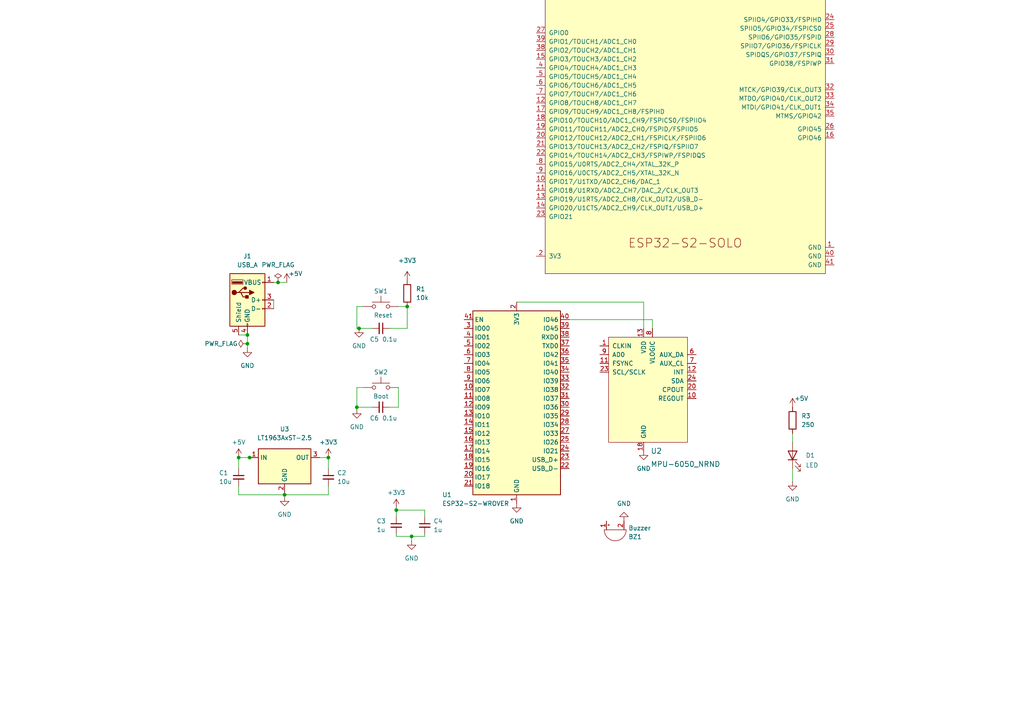
<source format=kicad_sch>
(kicad_sch (version 20211123) (generator eeschema)

  (uuid e63e39d7-6ac0-4ffd-8aa3-1841a4541b55)

  (paper "A4")

  (lib_symbols
    (symbol "Connector:USB_A" (pin_names (offset 1.016)) (in_bom yes) (on_board yes)
      (property "Reference" "J" (id 0) (at -5.08 11.43 0)
        (effects (font (size 1.27 1.27)) (justify left))
      )
      (property "Value" "USB_A" (id 1) (at -5.08 8.89 0)
        (effects (font (size 1.27 1.27)) (justify left))
      )
      (property "Footprint" "" (id 2) (at 3.81 -1.27 0)
        (effects (font (size 1.27 1.27)) hide)
      )
      (property "Datasheet" " ~" (id 3) (at 3.81 -1.27 0)
        (effects (font (size 1.27 1.27)) hide)
      )
      (property "ki_keywords" "connector USB" (id 4) (at 0 0 0)
        (effects (font (size 1.27 1.27)) hide)
      )
      (property "ki_description" "USB Type A connector" (id 5) (at 0 0 0)
        (effects (font (size 1.27 1.27)) hide)
      )
      (property "ki_fp_filters" "USB*" (id 6) (at 0 0 0)
        (effects (font (size 1.27 1.27)) hide)
      )
      (symbol "USB_A_0_1"
        (rectangle (start -5.08 -7.62) (end 5.08 7.62)
          (stroke (width 0.254) (type default) (color 0 0 0 0))
          (fill (type background))
        )
        (circle (center -3.81 2.159) (radius 0.635)
          (stroke (width 0.254) (type default) (color 0 0 0 0))
          (fill (type outline))
        )
        (rectangle (start -1.524 4.826) (end -4.318 5.334)
          (stroke (width 0) (type default) (color 0 0 0 0))
          (fill (type outline))
        )
        (rectangle (start -1.27 4.572) (end -4.572 5.842)
          (stroke (width 0) (type default) (color 0 0 0 0))
          (fill (type none))
        )
        (circle (center -0.635 3.429) (radius 0.381)
          (stroke (width 0.254) (type default) (color 0 0 0 0))
          (fill (type outline))
        )
        (rectangle (start -0.127 -7.62) (end 0.127 -6.858)
          (stroke (width 0) (type default) (color 0 0 0 0))
          (fill (type none))
        )
        (polyline
          (pts
            (xy -3.175 2.159)
            (xy -2.54 2.159)
            (xy -1.27 3.429)
            (xy -0.635 3.429)
          )
          (stroke (width 0.254) (type default) (color 0 0 0 0))
          (fill (type none))
        )
        (polyline
          (pts
            (xy -2.54 2.159)
            (xy -1.905 2.159)
            (xy -1.27 0.889)
            (xy 0 0.889)
          )
          (stroke (width 0.254) (type default) (color 0 0 0 0))
          (fill (type none))
        )
        (polyline
          (pts
            (xy 0.635 2.794)
            (xy 0.635 1.524)
            (xy 1.905 2.159)
            (xy 0.635 2.794)
          )
          (stroke (width 0.254) (type default) (color 0 0 0 0))
          (fill (type outline))
        )
        (rectangle (start 0.254 1.27) (end -0.508 0.508)
          (stroke (width 0.254) (type default) (color 0 0 0 0))
          (fill (type outline))
        )
        (rectangle (start 5.08 -2.667) (end 4.318 -2.413)
          (stroke (width 0) (type default) (color 0 0 0 0))
          (fill (type none))
        )
        (rectangle (start 5.08 -0.127) (end 4.318 0.127)
          (stroke (width 0) (type default) (color 0 0 0 0))
          (fill (type none))
        )
        (rectangle (start 5.08 4.953) (end 4.318 5.207)
          (stroke (width 0) (type default) (color 0 0 0 0))
          (fill (type none))
        )
      )
      (symbol "USB_A_1_1"
        (polyline
          (pts
            (xy -1.905 2.159)
            (xy 0.635 2.159)
          )
          (stroke (width 0.254) (type default) (color 0 0 0 0))
          (fill (type none))
        )
        (pin power_in line (at 7.62 5.08 180) (length 2.54)
          (name "VBUS" (effects (font (size 1.27 1.27))))
          (number "1" (effects (font (size 1.27 1.27))))
        )
        (pin bidirectional line (at 7.62 -2.54 180) (length 2.54)
          (name "D-" (effects (font (size 1.27 1.27))))
          (number "2" (effects (font (size 1.27 1.27))))
        )
        (pin bidirectional line (at 7.62 0 180) (length 2.54)
          (name "D+" (effects (font (size 1.27 1.27))))
          (number "3" (effects (font (size 1.27 1.27))))
        )
        (pin power_in line (at 0 -10.16 90) (length 2.54)
          (name "GND" (effects (font (size 1.27 1.27))))
          (number "4" (effects (font (size 1.27 1.27))))
        )
        (pin passive line (at -2.54 -10.16 90) (length 2.54)
          (name "Shield" (effects (font (size 1.27 1.27))))
          (number "5" (effects (font (size 1.27 1.27))))
        )
      )
    )
    (symbol "Device:Buzzer" (pin_names (offset 0.0254) hide) (in_bom yes) (on_board yes)
      (property "Reference" "BZ" (id 0) (at 3.81 1.27 0)
        (effects (font (size 1.27 1.27)) (justify left))
      )
      (property "Value" "Buzzer" (id 1) (at 3.81 -1.27 0)
        (effects (font (size 1.27 1.27)) (justify left))
      )
      (property "Footprint" "" (id 2) (at -0.635 2.54 90)
        (effects (font (size 1.27 1.27)) hide)
      )
      (property "Datasheet" "~" (id 3) (at -0.635 2.54 90)
        (effects (font (size 1.27 1.27)) hide)
      )
      (property "ki_keywords" "quartz resonator ceramic" (id 4) (at 0 0 0)
        (effects (font (size 1.27 1.27)) hide)
      )
      (property "ki_description" "Buzzer, polarized" (id 5) (at 0 0 0)
        (effects (font (size 1.27 1.27)) hide)
      )
      (property "ki_fp_filters" "*Buzzer*" (id 6) (at 0 0 0)
        (effects (font (size 1.27 1.27)) hide)
      )
      (symbol "Buzzer_0_1"
        (arc (start 0 -3.175) (mid 3.175 0) (end 0 3.175)
          (stroke (width 0) (type default) (color 0 0 0 0))
          (fill (type none))
        )
        (polyline
          (pts
            (xy -1.651 1.905)
            (xy -1.143 1.905)
          )
          (stroke (width 0) (type default) (color 0 0 0 0))
          (fill (type none))
        )
        (polyline
          (pts
            (xy -1.397 2.159)
            (xy -1.397 1.651)
          )
          (stroke (width 0) (type default) (color 0 0 0 0))
          (fill (type none))
        )
        (polyline
          (pts
            (xy 0 3.175)
            (xy 0 -3.175)
          )
          (stroke (width 0) (type default) (color 0 0 0 0))
          (fill (type none))
        )
      )
      (symbol "Buzzer_1_1"
        (pin passive line (at -2.54 2.54 0) (length 2.54)
          (name "-" (effects (font (size 1.27 1.27))))
          (number "1" (effects (font (size 1.27 1.27))))
        )
        (pin passive line (at -2.54 -2.54 0) (length 2.54)
          (name "+" (effects (font (size 1.27 1.27))))
          (number "2" (effects (font (size 1.27 1.27))))
        )
      )
    )
    (symbol "Device:C_Small" (pin_numbers hide) (pin_names (offset 0.254) hide) (in_bom yes) (on_board yes)
      (property "Reference" "C" (id 0) (at 0.254 1.778 0)
        (effects (font (size 1.27 1.27)) (justify left))
      )
      (property "Value" "C_Small" (id 1) (at 0.254 -2.032 0)
        (effects (font (size 1.27 1.27)) (justify left))
      )
      (property "Footprint" "" (id 2) (at 0 0 0)
        (effects (font (size 1.27 1.27)) hide)
      )
      (property "Datasheet" "~" (id 3) (at 0 0 0)
        (effects (font (size 1.27 1.27)) hide)
      )
      (property "ki_keywords" "capacitor cap" (id 4) (at 0 0 0)
        (effects (font (size 1.27 1.27)) hide)
      )
      (property "ki_description" "Unpolarized capacitor, small symbol" (id 5) (at 0 0 0)
        (effects (font (size 1.27 1.27)) hide)
      )
      (property "ki_fp_filters" "C_*" (id 6) (at 0 0 0)
        (effects (font (size 1.27 1.27)) hide)
      )
      (symbol "C_Small_0_1"
        (polyline
          (pts
            (xy -1.524 -0.508)
            (xy 1.524 -0.508)
          )
          (stroke (width 0.3302) (type default) (color 0 0 0 0))
          (fill (type none))
        )
        (polyline
          (pts
            (xy -1.524 0.508)
            (xy 1.524 0.508)
          )
          (stroke (width 0.3048) (type default) (color 0 0 0 0))
          (fill (type none))
        )
      )
      (symbol "C_Small_1_1"
        (pin passive line (at 0 2.54 270) (length 2.032)
          (name "~" (effects (font (size 1.27 1.27))))
          (number "1" (effects (font (size 1.27 1.27))))
        )
        (pin passive line (at 0 -2.54 90) (length 2.032)
          (name "~" (effects (font (size 1.27 1.27))))
          (number "2" (effects (font (size 1.27 1.27))))
        )
      )
    )
    (symbol "Device:LED" (pin_numbers hide) (pin_names (offset 1.016) hide) (in_bom yes) (on_board yes)
      (property "Reference" "D" (id 0) (at 0 2.54 0)
        (effects (font (size 1.27 1.27)))
      )
      (property "Value" "LED" (id 1) (at 0 -2.54 0)
        (effects (font (size 1.27 1.27)))
      )
      (property "Footprint" "" (id 2) (at 0 0 0)
        (effects (font (size 1.27 1.27)) hide)
      )
      (property "Datasheet" "~" (id 3) (at 0 0 0)
        (effects (font (size 1.27 1.27)) hide)
      )
      (property "ki_keywords" "LED diode" (id 4) (at 0 0 0)
        (effects (font (size 1.27 1.27)) hide)
      )
      (property "ki_description" "Light emitting diode" (id 5) (at 0 0 0)
        (effects (font (size 1.27 1.27)) hide)
      )
      (property "ki_fp_filters" "LED* LED_SMD:* LED_THT:*" (id 6) (at 0 0 0)
        (effects (font (size 1.27 1.27)) hide)
      )
      (symbol "LED_0_1"
        (polyline
          (pts
            (xy -1.27 -1.27)
            (xy -1.27 1.27)
          )
          (stroke (width 0.254) (type default) (color 0 0 0 0))
          (fill (type none))
        )
        (polyline
          (pts
            (xy -1.27 0)
            (xy 1.27 0)
          )
          (stroke (width 0) (type default) (color 0 0 0 0))
          (fill (type none))
        )
        (polyline
          (pts
            (xy 1.27 -1.27)
            (xy 1.27 1.27)
            (xy -1.27 0)
            (xy 1.27 -1.27)
          )
          (stroke (width 0.254) (type default) (color 0 0 0 0))
          (fill (type none))
        )
        (polyline
          (pts
            (xy -3.048 -0.762)
            (xy -4.572 -2.286)
            (xy -3.81 -2.286)
            (xy -4.572 -2.286)
            (xy -4.572 -1.524)
          )
          (stroke (width 0) (type default) (color 0 0 0 0))
          (fill (type none))
        )
        (polyline
          (pts
            (xy -1.778 -0.762)
            (xy -3.302 -2.286)
            (xy -2.54 -2.286)
            (xy -3.302 -2.286)
            (xy -3.302 -1.524)
          )
          (stroke (width 0) (type default) (color 0 0 0 0))
          (fill (type none))
        )
      )
      (symbol "LED_1_1"
        (pin passive line (at -3.81 0 0) (length 2.54)
          (name "K" (effects (font (size 1.27 1.27))))
          (number "1" (effects (font (size 1.27 1.27))))
        )
        (pin passive line (at 3.81 0 180) (length 2.54)
          (name "A" (effects (font (size 1.27 1.27))))
          (number "2" (effects (font (size 1.27 1.27))))
        )
      )
    )
    (symbol "Device:R" (pin_numbers hide) (pin_names (offset 0)) (in_bom yes) (on_board yes)
      (property "Reference" "R" (id 0) (at 2.032 0 90)
        (effects (font (size 1.27 1.27)))
      )
      (property "Value" "R" (id 1) (at 0 0 90)
        (effects (font (size 1.27 1.27)))
      )
      (property "Footprint" "" (id 2) (at -1.778 0 90)
        (effects (font (size 1.27 1.27)) hide)
      )
      (property "Datasheet" "~" (id 3) (at 0 0 0)
        (effects (font (size 1.27 1.27)) hide)
      )
      (property "ki_keywords" "R res resistor" (id 4) (at 0 0 0)
        (effects (font (size 1.27 1.27)) hide)
      )
      (property "ki_description" "Resistor" (id 5) (at 0 0 0)
        (effects (font (size 1.27 1.27)) hide)
      )
      (property "ki_fp_filters" "R_*" (id 6) (at 0 0 0)
        (effects (font (size 1.27 1.27)) hide)
      )
      (symbol "R_0_1"
        (rectangle (start -1.016 -2.54) (end 1.016 2.54)
          (stroke (width 0.254) (type default) (color 0 0 0 0))
          (fill (type none))
        )
      )
      (symbol "R_1_1"
        (pin passive line (at 0 3.81 270) (length 1.27)
          (name "~" (effects (font (size 1.27 1.27))))
          (number "1" (effects (font (size 1.27 1.27))))
        )
        (pin passive line (at 0 -3.81 90) (length 1.27)
          (name "~" (effects (font (size 1.27 1.27))))
          (number "2" (effects (font (size 1.27 1.27))))
        )
      )
    )
    (symbol "Esspress:ESP32-S2-SOLO" (pin_names (offset 1.016)) (in_bom yes) (on_board yes)
      (property "Reference" "U" (id 0) (at 0 43.18 0)
        (effects (font (size 1.27 1.27)))
      )
      (property "Value" "ESP32-S2-SOLO" (id 1) (at 0 -46.99 0)
        (effects (font (size 1.27 1.27)))
      )
      (property "Footprint" "Espressif:ESP32-S2-SOLO" (id 2) (at 0 -49.53 0)
        (effects (font (size 1.27 1.27)) hide)
      )
      (property "Datasheet" "https://www.espressif.com/sites/default/files/documentation/esp32-s2-solo_esp32-s2-solo-u_datasheet_en.pdf" (id 3) (at 6.35 -2.54 0)
        (effects (font (size 1.27 1.27)) hide)
      )
      (property "ki_keywords" "esp32-s2 solo" (id 4) (at 0 0 0)
        (effects (font (size 1.27 1.27)) hide)
      )
      (property "ki_description" "ESP32-S2-SOLO and ESP32-S2-SOLO-U are two powerful, generic Wi-Fi MCU modules that have a rich set of peripherals." (id 5) (at 0 0 0)
        (effects (font (size 1.27 1.27)) hide)
      )
      (symbol "ESP32-S2-SOLO_0_1"
        (rectangle (start -40.64 41.91) (end 40.64 -45.72)
          (stroke (width 0) (type default) (color 0 0 0 0))
          (fill (type background))
        )
      )
      (symbol "ESP32-S2-SOLO_1_1"
        (text "ESP32-S2-SOLO" (at 0 -36.83 0)
          (effects (font (size 2.54 2.54)))
        )
        (pin power_in line (at 43.18 -38.1 180) (length 2.54)
          (name "GND" (effects (font (size 1.27 1.27))))
          (number "1" (effects (font (size 1.27 1.27))))
        )
        (pin bidirectional line (at -43.18 -19.05 0) (length 2.54)
          (name "GPIO17/U1TXD/ADC2_CH6/DAC_1" (effects (font (size 1.27 1.27))))
          (number "10" (effects (font (size 1.27 1.27))))
        )
        (pin bidirectional line (at -43.18 -21.59 0) (length 2.54)
          (name "GPIO18/U1RXD/ADC2_CH7/DAC_2/CLK_OUT3" (effects (font (size 1.27 1.27))))
          (number "11" (effects (font (size 1.27 1.27))))
        )
        (pin bidirectional line (at -43.18 3.81 0) (length 2.54)
          (name "GPIO8/TOUCH8/ADC1_CH7" (effects (font (size 1.27 1.27))))
          (number "12" (effects (font (size 1.27 1.27))))
        )
        (pin bidirectional line (at -43.18 -24.13 0) (length 2.54)
          (name "GPIO19/U1RTS/ADC2_CH8/CLK_OUT2/USB_D-" (effects (font (size 1.27 1.27))))
          (number "13" (effects (font (size 1.27 1.27))))
        )
        (pin bidirectional line (at -43.18 -26.67 0) (length 2.54)
          (name "GPIO20/U1CTS/ADC2_CH9/CLK_OUT1/USB_D+" (effects (font (size 1.27 1.27))))
          (number "14" (effects (font (size 1.27 1.27))))
        )
        (pin bidirectional line (at -43.18 16.51 0) (length 2.54)
          (name "GPIO3/TOUCH3/ADC1_CH2" (effects (font (size 1.27 1.27))))
          (number "15" (effects (font (size 1.27 1.27))))
        )
        (pin input line (at 43.18 -6.35 180) (length 2.54)
          (name "GPIO46" (effects (font (size 1.27 1.27))))
          (number "16" (effects (font (size 1.27 1.27))))
        )
        (pin bidirectional line (at -43.18 1.27 0) (length 2.54)
          (name "GPIO9/TOUCH9/ADC1_CH8/FSPIHD" (effects (font (size 1.27 1.27))))
          (number "17" (effects (font (size 1.27 1.27))))
        )
        (pin bidirectional line (at -43.18 -1.27 0) (length 2.54)
          (name "GPIO10/TOUCH10/ADC1_CH9/FSPICS0/FSPIIO4" (effects (font (size 1.27 1.27))))
          (number "18" (effects (font (size 1.27 1.27))))
        )
        (pin bidirectional line (at -43.18 -3.81 0) (length 2.54)
          (name "GPIO11/TOUCH11/ADC2_CH0/FSPID/FSPIIO5" (effects (font (size 1.27 1.27))))
          (number "19" (effects (font (size 1.27 1.27))))
        )
        (pin power_in line (at -43.18 -40.64 0) (length 2.54)
          (name "3V3" (effects (font (size 1.27 1.27))))
          (number "2" (effects (font (size 1.27 1.27))))
        )
        (pin bidirectional line (at -43.18 -6.35 0) (length 2.54)
          (name "GPIO12/TOUCH12/ADC2_CH1/FSPICLK/FSPIIO6" (effects (font (size 1.27 1.27))))
          (number "20" (effects (font (size 1.27 1.27))))
        )
        (pin bidirectional line (at -43.18 -8.89 0) (length 2.54)
          (name "GPIO13/TOUCH13/ADC2_CH2/FSPIQ/FSPIIO7" (effects (font (size 1.27 1.27))))
          (number "21" (effects (font (size 1.27 1.27))))
        )
        (pin bidirectional line (at -43.18 -11.43 0) (length 2.54)
          (name "GPIO14/TOUCH14/ADC2_CH3/FSPIWP/FSPIDQS" (effects (font (size 1.27 1.27))))
          (number "22" (effects (font (size 1.27 1.27))))
        )
        (pin bidirectional line (at -43.18 -29.21 0) (length 2.54)
          (name "GPIO21" (effects (font (size 1.27 1.27))))
          (number "23" (effects (font (size 1.27 1.27))))
        )
        (pin bidirectional line (at 43.18 27.94 180) (length 2.54)
          (name "SPIIO4/GPIO33/FSPIHD" (effects (font (size 1.27 1.27))))
          (number "24" (effects (font (size 1.27 1.27))))
        )
        (pin bidirectional line (at 43.18 25.4 180) (length 2.54)
          (name "SPIIO5/GPIO34/FSPICS0" (effects (font (size 1.27 1.27))))
          (number "25" (effects (font (size 1.27 1.27))))
        )
        (pin bidirectional line (at 43.18 -3.81 180) (length 2.54)
          (name "GPIO45" (effects (font (size 1.27 1.27))))
          (number "26" (effects (font (size 1.27 1.27))))
        )
        (pin bidirectional line (at -43.18 24.13 0) (length 2.54)
          (name "GPIO0" (effects (font (size 1.27 1.27))))
          (number "27" (effects (font (size 1.27 1.27))))
        )
        (pin bidirectional line (at 43.18 22.86 180) (length 2.54)
          (name "SPIIO6/GPIO35/FSPID" (effects (font (size 1.27 1.27))))
          (number "28" (effects (font (size 1.27 1.27))))
        )
        (pin bidirectional line (at 43.18 20.32 180) (length 2.54)
          (name "SPIIO7/GPIO36/FSPICLK" (effects (font (size 1.27 1.27))))
          (number "29" (effects (font (size 1.27 1.27))))
        )
        (pin bidirectional line (at -43.18 38.1 0) (length 2.54)
          (name "EN" (effects (font (size 1.27 1.27))))
          (number "3" (effects (font (size 1.27 1.27))))
        )
        (pin bidirectional line (at 43.18 17.78 180) (length 2.54)
          (name "SPIDQS/GPIO37/FSPIQ" (effects (font (size 1.27 1.27))))
          (number "30" (effects (font (size 1.27 1.27))))
        )
        (pin bidirectional line (at 43.18 15.24 180) (length 2.54)
          (name "GPIO38/FSPIWP" (effects (font (size 1.27 1.27))))
          (number "31" (effects (font (size 1.27 1.27))))
        )
        (pin bidirectional line (at 43.18 7.62 180) (length 2.54)
          (name "MTCK/GPIO39/CLK_OUT3" (effects (font (size 1.27 1.27))))
          (number "32" (effects (font (size 1.27 1.27))))
        )
        (pin bidirectional line (at 43.18 5.08 180) (length 2.54)
          (name "MTDO/GPIO40/CLK_OUT2" (effects (font (size 1.27 1.27))))
          (number "33" (effects (font (size 1.27 1.27))))
        )
        (pin bidirectional line (at 43.18 2.54 180) (length 2.54)
          (name "MTDI/GPIO41/CLK_OUT1" (effects (font (size 1.27 1.27))))
          (number "34" (effects (font (size 1.27 1.27))))
        )
        (pin bidirectional line (at 43.18 0 180) (length 2.54)
          (name "MTMS/GPIO42" (effects (font (size 1.27 1.27))))
          (number "35" (effects (font (size 1.27 1.27))))
        )
        (pin bidirectional line (at 43.18 38.1 180) (length 2.54)
          (name "U0RXD/GPIO44/CLK_OUT2" (effects (font (size 1.27 1.27))))
          (number "36" (effects (font (size 1.27 1.27))))
        )
        (pin bidirectional line (at 43.18 35.56 180) (length 2.54)
          (name "U0TXD/GPIO43/CLK_OUT1" (effects (font (size 1.27 1.27))))
          (number "37" (effects (font (size 1.27 1.27))))
        )
        (pin bidirectional line (at -43.18 19.05 0) (length 2.54)
          (name "GPIO2/TOUCH2/ADC1_CH1" (effects (font (size 1.27 1.27))))
          (number "38" (effects (font (size 1.27 1.27))))
        )
        (pin bidirectional line (at -43.18 21.59 0) (length 2.54)
          (name "GPIO1/TOUCH1/ADC1_CH0" (effects (font (size 1.27 1.27))))
          (number "39" (effects (font (size 1.27 1.27))))
        )
        (pin bidirectional line (at -43.18 13.97 0) (length 2.54)
          (name "GPIO4/TOUCH4/ADC1_CH3" (effects (font (size 1.27 1.27))))
          (number "4" (effects (font (size 1.27 1.27))))
        )
        (pin input line (at 43.18 -40.64 180) (length 2.54)
          (name "GND" (effects (font (size 1.27 1.27))))
          (number "40" (effects (font (size 1.27 1.27))))
        )
        (pin input line (at 43.18 -43.18 180) (length 2.54)
          (name "GND" (effects (font (size 1.27 1.27))))
          (number "41" (effects (font (size 1.27 1.27))))
        )
        (pin bidirectional line (at -43.18 11.43 0) (length 2.54)
          (name "GPIO5/TOUCH5/ADC1_CH4" (effects (font (size 1.27 1.27))))
          (number "5" (effects (font (size 1.27 1.27))))
        )
        (pin bidirectional line (at -43.18 8.89 0) (length 2.54)
          (name "GPIO6/TOUCH6/ADC1_CH5" (effects (font (size 1.27 1.27))))
          (number "6" (effects (font (size 1.27 1.27))))
        )
        (pin bidirectional line (at -43.18 6.35 0) (length 2.54)
          (name "GPIO7/TOUCH7/ADC1_CH6" (effects (font (size 1.27 1.27))))
          (number "7" (effects (font (size 1.27 1.27))))
        )
        (pin bidirectional line (at -43.18 -13.97 0) (length 2.54)
          (name "GPIO15/U0RTS/ADC2_CH4/XTAL_32K_P" (effects (font (size 1.27 1.27))))
          (number "8" (effects (font (size 1.27 1.27))))
        )
        (pin bidirectional line (at -43.18 -16.51 0) (length 2.54)
          (name "GPIO16/U0CTS/ADC2_CH5/XTAL_32K_N" (effects (font (size 1.27 1.27))))
          (number "9" (effects (font (size 1.27 1.27))))
        )
      )
    )
    (symbol "RF_Module:ESP32-S2-WROVER" (in_bom yes) (on_board yes)
      (property "Reference" "U" (id 0) (at -12.7 29.21 0)
        (effects (font (size 1.27 1.27)) (justify left))
      )
      (property "Value" "ESP32-S2-WROVER" (id 1) (at 2.54 29.21 0)
        (effects (font (size 1.27 1.27)) (justify left))
      )
      (property "Footprint" "RF_Module:ESP32-S2-WROVER" (id 2) (at 19.05 -29.21 0)
        (effects (font (size 1.27 1.27)) hide)
      )
      (property "Datasheet" "https://www.espressif.com/sites/default/files/documentation/esp32-s2-wroom_esp32-s2-wroom-i_datasheet_en.pdf" (id 3) (at -7.62 -20.32 0)
        (effects (font (size 1.27 1.27)) hide)
      )
      (property "ki_keywords" "RF Radio ESP ESP32 Espressif onboard PCB antenna" (id 4) (at 0 0 0)
        (effects (font (size 1.27 1.27)) hide)
      )
      (property "ki_description" "RF Module, ESP32-D0WDQ6 SoC, Wi-Fi 802.11b/g/n, 32-bit, 2.7-3.6V, onboard antenna, SMD" (id 5) (at 0 0 0)
        (effects (font (size 1.27 1.27)) hide)
      )
      (property "ki_fp_filters" "ESP32?S2?WROVER*" (id 6) (at 0 0 0)
        (effects (font (size 1.27 1.27)) hide)
      )
      (symbol "ESP32-S2-WROVER_0_1"
        (rectangle (start -12.7 27.94) (end 12.7 -25.4)
          (stroke (width 0.254) (type default) (color 0 0 0 0))
          (fill (type background))
        )
      )
      (symbol "ESP32-S2-WROVER_1_1"
        (pin power_in line (at 0 -27.94 90) (length 2.54)
          (name "GND" (effects (font (size 1.27 1.27))))
          (number "1" (effects (font (size 1.27 1.27))))
        )
        (pin bidirectional line (at -15.24 5.08 0) (length 2.54)
          (name "IO07" (effects (font (size 1.27 1.27))))
          (number "10" (effects (font (size 1.27 1.27))))
        )
        (pin bidirectional line (at -15.24 2.54 0) (length 2.54)
          (name "IO08" (effects (font (size 1.27 1.27))))
          (number "11" (effects (font (size 1.27 1.27))))
        )
        (pin bidirectional line (at -15.24 0 0) (length 2.54)
          (name "IO09" (effects (font (size 1.27 1.27))))
          (number "12" (effects (font (size 1.27 1.27))))
        )
        (pin bidirectional line (at -15.24 -2.54 0) (length 2.54)
          (name "IO10" (effects (font (size 1.27 1.27))))
          (number "13" (effects (font (size 1.27 1.27))))
        )
        (pin bidirectional line (at -15.24 -5.08 0) (length 2.54)
          (name "IO11" (effects (font (size 1.27 1.27))))
          (number "14" (effects (font (size 1.27 1.27))))
        )
        (pin bidirectional line (at -15.24 -7.62 0) (length 2.54)
          (name "IO12" (effects (font (size 1.27 1.27))))
          (number "15" (effects (font (size 1.27 1.27))))
        )
        (pin bidirectional line (at -15.24 -10.16 0) (length 2.54)
          (name "IO13" (effects (font (size 1.27 1.27))))
          (number "16" (effects (font (size 1.27 1.27))))
        )
        (pin bidirectional line (at -15.24 -12.7 0) (length 2.54)
          (name "IO14" (effects (font (size 1.27 1.27))))
          (number "17" (effects (font (size 1.27 1.27))))
        )
        (pin bidirectional line (at -15.24 -15.24 0) (length 2.54)
          (name "IO15" (effects (font (size 1.27 1.27))))
          (number "18" (effects (font (size 1.27 1.27))))
        )
        (pin bidirectional line (at -15.24 -17.78 0) (length 2.54)
          (name "IO16" (effects (font (size 1.27 1.27))))
          (number "19" (effects (font (size 1.27 1.27))))
        )
        (pin power_in line (at 0 30.48 270) (length 2.54)
          (name "3V3" (effects (font (size 1.27 1.27))))
          (number "2" (effects (font (size 1.27 1.27))))
        )
        (pin bidirectional line (at -15.24 -20.32 0) (length 2.54)
          (name "IO17" (effects (font (size 1.27 1.27))))
          (number "20" (effects (font (size 1.27 1.27))))
        )
        (pin bidirectional line (at -15.24 -22.86 0) (length 2.54)
          (name "IO18" (effects (font (size 1.27 1.27))))
          (number "21" (effects (font (size 1.27 1.27))))
        )
        (pin bidirectional line (at 15.24 -17.78 180) (length 2.54)
          (name "USB_D-" (effects (font (size 1.27 1.27))))
          (number "22" (effects (font (size 1.27 1.27))))
        )
        (pin bidirectional line (at 15.24 -15.24 180) (length 2.54)
          (name "USB_D+" (effects (font (size 1.27 1.27))))
          (number "23" (effects (font (size 1.27 1.27))))
        )
        (pin bidirectional line (at 15.24 -12.7 180) (length 2.54)
          (name "IO21" (effects (font (size 1.27 1.27))))
          (number "24" (effects (font (size 1.27 1.27))))
        )
        (pin bidirectional line (at 15.24 -10.16 180) (length 2.54)
          (name "IO26" (effects (font (size 1.27 1.27))))
          (number "25" (effects (font (size 1.27 1.27))))
        )
        (pin passive line (at 0 -27.94 90) (length 2.54) hide
          (name "GND" (effects (font (size 1.27 1.27))))
          (number "26" (effects (font (size 1.27 1.27))))
        )
        (pin bidirectional line (at 15.24 -7.62 180) (length 2.54)
          (name "IO33" (effects (font (size 1.27 1.27))))
          (number "27" (effects (font (size 1.27 1.27))))
        )
        (pin bidirectional line (at 15.24 -5.08 180) (length 2.54)
          (name "IO34" (effects (font (size 1.27 1.27))))
          (number "28" (effects (font (size 1.27 1.27))))
        )
        (pin bidirectional line (at 15.24 -2.54 180) (length 2.54)
          (name "IO35" (effects (font (size 1.27 1.27))))
          (number "29" (effects (font (size 1.27 1.27))))
        )
        (pin bidirectional line (at -15.24 22.86 0) (length 2.54)
          (name "IO00" (effects (font (size 1.27 1.27))))
          (number "3" (effects (font (size 1.27 1.27))))
        )
        (pin bidirectional line (at 15.24 0 180) (length 2.54)
          (name "IO36" (effects (font (size 1.27 1.27))))
          (number "30" (effects (font (size 1.27 1.27))))
        )
        (pin bidirectional line (at 15.24 2.54 180) (length 2.54)
          (name "IO37" (effects (font (size 1.27 1.27))))
          (number "31" (effects (font (size 1.27 1.27))))
        )
        (pin bidirectional line (at 15.24 5.08 180) (length 2.54)
          (name "IO38" (effects (font (size 1.27 1.27))))
          (number "32" (effects (font (size 1.27 1.27))))
        )
        (pin bidirectional line (at 15.24 7.62 180) (length 2.54)
          (name "IO39" (effects (font (size 1.27 1.27))))
          (number "33" (effects (font (size 1.27 1.27))))
        )
        (pin bidirectional line (at 15.24 10.16 180) (length 2.54)
          (name "IO40" (effects (font (size 1.27 1.27))))
          (number "34" (effects (font (size 1.27 1.27))))
        )
        (pin bidirectional line (at 15.24 12.7 180) (length 2.54)
          (name "IO41" (effects (font (size 1.27 1.27))))
          (number "35" (effects (font (size 1.27 1.27))))
        )
        (pin bidirectional line (at 15.24 15.24 180) (length 2.54)
          (name "IO42" (effects (font (size 1.27 1.27))))
          (number "36" (effects (font (size 1.27 1.27))))
        )
        (pin bidirectional line (at 15.24 17.78 180) (length 2.54)
          (name "TXD0" (effects (font (size 1.27 1.27))))
          (number "37" (effects (font (size 1.27 1.27))))
        )
        (pin bidirectional line (at 15.24 20.32 180) (length 2.54)
          (name "RXD0" (effects (font (size 1.27 1.27))))
          (number "38" (effects (font (size 1.27 1.27))))
        )
        (pin bidirectional line (at 15.24 22.86 180) (length 2.54)
          (name "IO45" (effects (font (size 1.27 1.27))))
          (number "39" (effects (font (size 1.27 1.27))))
        )
        (pin bidirectional line (at -15.24 20.32 0) (length 2.54)
          (name "IO01" (effects (font (size 1.27 1.27))))
          (number "4" (effects (font (size 1.27 1.27))))
        )
        (pin input line (at 15.24 25.4 180) (length 2.54)
          (name "IO46" (effects (font (size 1.27 1.27))))
          (number "40" (effects (font (size 1.27 1.27))))
        )
        (pin input line (at -15.24 25.4 0) (length 2.54)
          (name "EN" (effects (font (size 1.27 1.27))))
          (number "41" (effects (font (size 1.27 1.27))))
        )
        (pin passive line (at 0 -27.94 90) (length 2.54) hide
          (name "GND" (effects (font (size 1.27 1.27))))
          (number "42" (effects (font (size 1.27 1.27))))
        )
        (pin passive line (at 0 -27.94 90) (length 2.54) hide
          (name "GND" (effects (font (size 1.27 1.27))))
          (number "43" (effects (font (size 1.27 1.27))))
        )
        (pin bidirectional line (at -15.24 17.78 0) (length 2.54)
          (name "IO02" (effects (font (size 1.27 1.27))))
          (number "5" (effects (font (size 1.27 1.27))))
        )
        (pin bidirectional line (at -15.24 15.24 0) (length 2.54)
          (name "IO03" (effects (font (size 1.27 1.27))))
          (number "6" (effects (font (size 1.27 1.27))))
        )
        (pin bidirectional line (at -15.24 12.7 0) (length 2.54)
          (name "IO04" (effects (font (size 1.27 1.27))))
          (number "7" (effects (font (size 1.27 1.27))))
        )
        (pin bidirectional line (at -15.24 10.16 0) (length 2.54)
          (name "IO05" (effects (font (size 1.27 1.27))))
          (number "8" (effects (font (size 1.27 1.27))))
        )
        (pin bidirectional line (at -15.24 7.62 0) (length 2.54)
          (name "IO06" (effects (font (size 1.27 1.27))))
          (number "9" (effects (font (size 1.27 1.27))))
        )
      )
    )
    (symbol "Regulator_Linear:LT1963AxST-2.5" (in_bom yes) (on_board yes)
      (property "Reference" "U" (id 0) (at -7.62 6.35 0)
        (effects (font (size 1.27 1.27)) (justify left))
      )
      (property "Value" "LT1963AxST-2.5" (id 1) (at -1.27 6.35 0)
        (effects (font (size 1.27 1.27)) (justify left))
      )
      (property "Footprint" "Package_TO_SOT_SMD:SOT-223-3_TabPin2" (id 2) (at 0 -11.43 0)
        (effects (font (size 1.27 1.27)) hide)
      )
      (property "Datasheet" "https://www.analog.com/media/en/technical-documentation/data-sheets/1963aff.pdf" (id 3) (at 0 -13.97 0)
        (effects (font (size 1.27 1.27)) hide)
      )
      (property "ki_keywords" "LDO voltage regulator fixed" (id 4) (at 0 0 0)
        (effects (font (size 1.27 1.27)) hide)
      )
      (property "ki_description" "2.5V, 1.5A, Low Noise, Fast Transient Response LDO Regulator, SOT-223" (id 5) (at 0 0 0)
        (effects (font (size 1.27 1.27)) hide)
      )
      (property "ki_fp_filters" "SOT*223*" (id 6) (at 0 0 0)
        (effects (font (size 1.27 1.27)) hide)
      )
      (symbol "LT1963AxST-2.5_0_1"
        (rectangle (start -7.62 5.08) (end 7.62 -5.08)
          (stroke (width 0.254) (type default) (color 0 0 0 0))
          (fill (type background))
        )
      )
      (symbol "LT1963AxST-2.5_1_1"
        (pin power_in line (at -10.16 2.54 0) (length 2.54)
          (name "IN" (effects (font (size 1.27 1.27))))
          (number "1" (effects (font (size 1.27 1.27))))
        )
        (pin power_in line (at 0 -7.62 90) (length 2.54)
          (name "GND" (effects (font (size 1.27 1.27))))
          (number "2" (effects (font (size 1.27 1.27))))
        )
        (pin power_out line (at 10.16 2.54 180) (length 2.54)
          (name "OUT" (effects (font (size 1.27 1.27))))
          (number "3" (effects (font (size 1.27 1.27))))
        )
      )
    )
    (symbol "Switch:SW_Push" (pin_numbers hide) (pin_names (offset 1.016) hide) (in_bom yes) (on_board yes)
      (property "Reference" "SW" (id 0) (at 1.27 2.54 0)
        (effects (font (size 1.27 1.27)) (justify left))
      )
      (property "Value" "SW_Push" (id 1) (at 0 -1.524 0)
        (effects (font (size 1.27 1.27)))
      )
      (property "Footprint" "" (id 2) (at 0 5.08 0)
        (effects (font (size 1.27 1.27)) hide)
      )
      (property "Datasheet" "~" (id 3) (at 0 5.08 0)
        (effects (font (size 1.27 1.27)) hide)
      )
      (property "ki_keywords" "switch normally-open pushbutton push-button" (id 4) (at 0 0 0)
        (effects (font (size 1.27 1.27)) hide)
      )
      (property "ki_description" "Push button switch, generic, two pins" (id 5) (at 0 0 0)
        (effects (font (size 1.27 1.27)) hide)
      )
      (symbol "SW_Push_0_1"
        (circle (center -2.032 0) (radius 0.508)
          (stroke (width 0) (type default) (color 0 0 0 0))
          (fill (type none))
        )
        (polyline
          (pts
            (xy 0 1.27)
            (xy 0 3.048)
          )
          (stroke (width 0) (type default) (color 0 0 0 0))
          (fill (type none))
        )
        (polyline
          (pts
            (xy 2.54 1.27)
            (xy -2.54 1.27)
          )
          (stroke (width 0) (type default) (color 0 0 0 0))
          (fill (type none))
        )
        (circle (center 2.032 0) (radius 0.508)
          (stroke (width 0) (type default) (color 0 0 0 0))
          (fill (type none))
        )
        (pin passive line (at -5.08 0 0) (length 2.54)
          (name "1" (effects (font (size 1.27 1.27))))
          (number "1" (effects (font (size 1.27 1.27))))
        )
        (pin passive line (at 5.08 0 180) (length 2.54)
          (name "2" (effects (font (size 1.27 1.27))))
          (number "2" (effects (font (size 1.27 1.27))))
        )
      )
    )
    (symbol "dk_Motion-Sensors-IMUs-Inertial-Measurement-Units:MPU-6050_NRND" (pin_names (offset 1.016)) (in_bom yes) (on_board yes)
      (property "Reference" "U" (id 0) (at -10.2108 16.3068 0)
        (effects (font (size 1.524 1.524)) (justify left))
      )
      (property "Value" "MPU-6050_NRND" (id 1) (at 0.4572 -16.4592 0)
        (effects (font (size 1.524 1.524)) (justify left))
      )
      (property "Footprint" "digikey-footprints:QFN-24-1EP_4x4mm" (id 2) (at 5.08 5.08 0)
        (effects (font (size 1.524 1.524)) (justify left) hide)
      )
      (property "Datasheet" "https://store.invensense.com/datasheets/invensense/MPU-6050_DataSheet_V3%204.pdf" (id 3) (at 5.08 7.62 0)
        (effects (font (size 1.524 1.524)) (justify left) hide)
      )
      (property "Digi-Key_PN" "1428-1007-1-ND" (id 4) (at 5.08 10.16 0)
        (effects (font (size 1.524 1.524)) (justify left) hide)
      )
      (property "MPN" "MPU-6050" (id 5) (at 5.08 12.7 0)
        (effects (font (size 1.524 1.524)) (justify left) hide)
      )
      (property "Category" "Sensors, Transducers" (id 6) (at 5.08 15.24 0)
        (effects (font (size 1.524 1.524)) (justify left) hide)
      )
      (property "Family" "Motion Sensors - IMUs (Inertial Measurement Units)" (id 7) (at 5.08 17.78 0)
        (effects (font (size 1.524 1.524)) (justify left) hide)
      )
      (property "DK_Datasheet_Link" "https://store.invensense.com/datasheets/invensense/MPU-6050_DataSheet_V3%204.pdf" (id 8) (at 5.08 20.32 0)
        (effects (font (size 1.524 1.524)) (justify left) hide)
      )
      (property "DK_Detail_Page" "/product-detail/en/tdk-invensense/MPU-6050/1428-1007-1-ND/4038010" (id 9) (at 5.08 22.86 0)
        (effects (font (size 1.524 1.524)) (justify left) hide)
      )
      (property "Description" "IMU ACCEL/GYRO 3-AXIS I2C 24QFN" (id 10) (at 5.08 25.4 0)
        (effects (font (size 1.524 1.524)) (justify left) hide)
      )
      (property "Manufacturer" "TDK InvenSense" (id 11) (at 5.08 27.94 0)
        (effects (font (size 1.524 1.524)) (justify left) hide)
      )
      (property "Status" "Not For New Designs" (id 12) (at 5.08 30.48 0)
        (effects (font (size 1.524 1.524)) (justify left) hide)
      )
      (property "ki_keywords" "1428-1007-1-ND" (id 13) (at 0 0 0)
        (effects (font (size 1.27 1.27)) hide)
      )
      (property "ki_description" "IMU ACCEL/GYRO 3-AXIS I2C 24QFN" (id 14) (at 0 0 0)
        (effects (font (size 1.27 1.27)) hide)
      )
      (symbol "MPU-6050_NRND_1_0"
        (pin input line (at -12.7 12.7 0) (length 2.54)
          (name "CLKIN" (effects (font (size 1.27 1.27))))
          (number "1" (effects (font (size 1.27 1.27))))
        )
        (pin unspecified line (at 15.24 -2.54 180) (length 2.54)
          (name "REGOUT" (effects (font (size 1.27 1.27))))
          (number "10" (effects (font (size 1.27 1.27))))
        )
        (pin input line (at -12.7 7.62 0) (length 2.54)
          (name "FSYNC" (effects (font (size 1.27 1.27))))
          (number "11" (effects (font (size 1.27 1.27))))
        )
        (pin output line (at 15.24 5.08 180) (length 2.54)
          (name "INT" (effects (font (size 1.27 1.27))))
          (number "12" (effects (font (size 1.27 1.27))))
        )
        (pin power_in line (at 0 17.78 270) (length 2.54)
          (name "VDD" (effects (font (size 1.27 1.27))))
          (number "13" (effects (font (size 1.27 1.27))))
        )
        (pin no_connect line (at 12.7 -10.16 180) (length 2.54) hide
          (name "NC" (effects (font (size 1.27 1.27))))
          (number "14" (effects (font (size 1.27 1.27))))
        )
        (pin no_connect line (at 12.7 -12.7 180) (length 2.54) hide
          (name "NC" (effects (font (size 1.27 1.27))))
          (number "15" (effects (font (size 1.27 1.27))))
        )
        (pin no_connect line (at 12.7 -7.62 180) (length 2.54) hide
          (name "NC" (effects (font (size 1.27 1.27))))
          (number "16" (effects (font (size 1.27 1.27))))
        )
        (pin no_connect line (at 12.7 -5.08 180) (length 2.54) hide
          (name "NC" (effects (font (size 1.27 1.27))))
          (number "17" (effects (font (size 1.27 1.27))))
        )
        (pin power_in line (at 0 -17.78 90) (length 2.54)
          (name "GND" (effects (font (size 1.27 1.27))))
          (number "18" (effects (font (size 1.27 1.27))))
        )
        (pin no_connect line (at -10.16 2.54 0) (length 2.54) hide
          (name "RESV" (effects (font (size 1.27 1.27))))
          (number "19" (effects (font (size 1.27 1.27))))
        )
        (pin no_connect line (at -10.16 -12.7 0) (length 2.54) hide
          (name "NC" (effects (font (size 1.27 1.27))))
          (number "2" (effects (font (size 1.27 1.27))))
        )
        (pin unspecified line (at 15.24 0 180) (length 2.54)
          (name "CPOUT" (effects (font (size 1.27 1.27))))
          (number "20" (effects (font (size 1.27 1.27))))
        )
        (pin no_connect line (at -10.16 0 0) (length 2.54) hide
          (name "RESV" (effects (font (size 1.27 1.27))))
          (number "21" (effects (font (size 1.27 1.27))))
        )
        (pin no_connect line (at -10.16 -2.54 0) (length 2.54) hide
          (name "RESV" (effects (font (size 1.27 1.27))))
          (number "22" (effects (font (size 1.27 1.27))))
        )
        (pin input line (at -12.7 5.08 0) (length 2.54)
          (name "SCL/SCLK" (effects (font (size 1.27 1.27))))
          (number "23" (effects (font (size 1.27 1.27))))
        )
        (pin bidirectional line (at 15.24 2.54 180) (length 2.54)
          (name "SDA" (effects (font (size 1.27 1.27))))
          (number "24" (effects (font (size 1.27 1.27))))
        )
        (pin no_connect line (at -10.16 -10.16 0) (length 2.54) hide
          (name "NC" (effects (font (size 1.27 1.27))))
          (number "3" (effects (font (size 1.27 1.27))))
        )
        (pin no_connect line (at -10.16 -7.62 0) (length 2.54) hide
          (name "NC" (effects (font (size 1.27 1.27))))
          (number "4" (effects (font (size 1.27 1.27))))
        )
        (pin no_connect line (at -10.16 -5.08 0) (length 2.54) hide
          (name "NC" (effects (font (size 1.27 1.27))))
          (number "5" (effects (font (size 1.27 1.27))))
        )
        (pin bidirectional line (at 15.24 10.16 180) (length 2.54)
          (name "AUX_DA" (effects (font (size 1.27 1.27))))
          (number "6" (effects (font (size 1.27 1.27))))
        )
        (pin output line (at 15.24 7.62 180) (length 2.54)
          (name "AUX_CL" (effects (font (size 1.27 1.27))))
          (number "7" (effects (font (size 1.27 1.27))))
        )
        (pin power_in line (at 2.54 17.78 270) (length 2.54)
          (name "VLOGIC" (effects (font (size 1.27 1.27))))
          (number "8" (effects (font (size 1.27 1.27))))
        )
        (pin input line (at -12.7 10.16 0) (length 2.54)
          (name "AD0" (effects (font (size 1.27 1.27))))
          (number "9" (effects (font (size 1.27 1.27))))
        )
      )
      (symbol "MPU-6050_NRND_1_1"
        (rectangle (start -10.16 15.24) (end 12.7 -15.24)
          (stroke (width 0) (type default) (color 0 0 0 0))
          (fill (type background))
        )
      )
    )
    (symbol "power:+3.3V" (power) (pin_names (offset 0)) (in_bom yes) (on_board yes)
      (property "Reference" "#PWR" (id 0) (at 0 -3.81 0)
        (effects (font (size 1.27 1.27)) hide)
      )
      (property "Value" "+3.3V" (id 1) (at 0 3.556 0)
        (effects (font (size 1.27 1.27)))
      )
      (property "Footprint" "" (id 2) (at 0 0 0)
        (effects (font (size 1.27 1.27)) hide)
      )
      (property "Datasheet" "" (id 3) (at 0 0 0)
        (effects (font (size 1.27 1.27)) hide)
      )
      (property "ki_keywords" "power-flag" (id 4) (at 0 0 0)
        (effects (font (size 1.27 1.27)) hide)
      )
      (property "ki_description" "Power symbol creates a global label with name \"+3.3V\"" (id 5) (at 0 0 0)
        (effects (font (size 1.27 1.27)) hide)
      )
      (symbol "+3.3V_0_1"
        (polyline
          (pts
            (xy -0.762 1.27)
            (xy 0 2.54)
          )
          (stroke (width 0) (type default) (color 0 0 0 0))
          (fill (type none))
        )
        (polyline
          (pts
            (xy 0 0)
            (xy 0 2.54)
          )
          (stroke (width 0) (type default) (color 0 0 0 0))
          (fill (type none))
        )
        (polyline
          (pts
            (xy 0 2.54)
            (xy 0.762 1.27)
          )
          (stroke (width 0) (type default) (color 0 0 0 0))
          (fill (type none))
        )
      )
      (symbol "+3.3V_1_1"
        (pin power_in line (at 0 0 90) (length 0) hide
          (name "+3V3" (effects (font (size 1.27 1.27))))
          (number "1" (effects (font (size 1.27 1.27))))
        )
      )
    )
    (symbol "power:+5V" (power) (pin_names (offset 0)) (in_bom yes) (on_board yes)
      (property "Reference" "#PWR" (id 0) (at 0 -3.81 0)
        (effects (font (size 1.27 1.27)) hide)
      )
      (property "Value" "+5V" (id 1) (at 0 3.556 0)
        (effects (font (size 1.27 1.27)))
      )
      (property "Footprint" "" (id 2) (at 0 0 0)
        (effects (font (size 1.27 1.27)) hide)
      )
      (property "Datasheet" "" (id 3) (at 0 0 0)
        (effects (font (size 1.27 1.27)) hide)
      )
      (property "ki_keywords" "power-flag" (id 4) (at 0 0 0)
        (effects (font (size 1.27 1.27)) hide)
      )
      (property "ki_description" "Power symbol creates a global label with name \"+5V\"" (id 5) (at 0 0 0)
        (effects (font (size 1.27 1.27)) hide)
      )
      (symbol "+5V_0_1"
        (polyline
          (pts
            (xy -0.762 1.27)
            (xy 0 2.54)
          )
          (stroke (width 0) (type default) (color 0 0 0 0))
          (fill (type none))
        )
        (polyline
          (pts
            (xy 0 0)
            (xy 0 2.54)
          )
          (stroke (width 0) (type default) (color 0 0 0 0))
          (fill (type none))
        )
        (polyline
          (pts
            (xy 0 2.54)
            (xy 0.762 1.27)
          )
          (stroke (width 0) (type default) (color 0 0 0 0))
          (fill (type none))
        )
      )
      (symbol "+5V_1_1"
        (pin power_in line (at 0 0 90) (length 0) hide
          (name "+5V" (effects (font (size 1.27 1.27))))
          (number "1" (effects (font (size 1.27 1.27))))
        )
      )
    )
    (symbol "power:GND" (power) (pin_names (offset 0)) (in_bom yes) (on_board yes)
      (property "Reference" "#PWR" (id 0) (at 0 -6.35 0)
        (effects (font (size 1.27 1.27)) hide)
      )
      (property "Value" "GND" (id 1) (at 0 -3.81 0)
        (effects (font (size 1.27 1.27)))
      )
      (property "Footprint" "" (id 2) (at 0 0 0)
        (effects (font (size 1.27 1.27)) hide)
      )
      (property "Datasheet" "" (id 3) (at 0 0 0)
        (effects (font (size 1.27 1.27)) hide)
      )
      (property "ki_keywords" "power-flag" (id 4) (at 0 0 0)
        (effects (font (size 1.27 1.27)) hide)
      )
      (property "ki_description" "Power symbol creates a global label with name \"GND\" , ground" (id 5) (at 0 0 0)
        (effects (font (size 1.27 1.27)) hide)
      )
      (symbol "GND_0_1"
        (polyline
          (pts
            (xy 0 0)
            (xy 0 -1.27)
            (xy 1.27 -1.27)
            (xy 0 -2.54)
            (xy -1.27 -1.27)
            (xy 0 -1.27)
          )
          (stroke (width 0) (type default) (color 0 0 0 0))
          (fill (type none))
        )
      )
      (symbol "GND_1_1"
        (pin power_in line (at 0 0 270) (length 0) hide
          (name "GND" (effects (font (size 1.27 1.27))))
          (number "1" (effects (font (size 1.27 1.27))))
        )
      )
    )
    (symbol "power:PWR_FLAG" (power) (pin_numbers hide) (pin_names (offset 0) hide) (in_bom yes) (on_board yes)
      (property "Reference" "#FLG" (id 0) (at 0 1.905 0)
        (effects (font (size 1.27 1.27)) hide)
      )
      (property "Value" "PWR_FLAG" (id 1) (at 0 3.81 0)
        (effects (font (size 1.27 1.27)))
      )
      (property "Footprint" "" (id 2) (at 0 0 0)
        (effects (font (size 1.27 1.27)) hide)
      )
      (property "Datasheet" "~" (id 3) (at 0 0 0)
        (effects (font (size 1.27 1.27)) hide)
      )
      (property "ki_keywords" "power-flag" (id 4) (at 0 0 0)
        (effects (font (size 1.27 1.27)) hide)
      )
      (property "ki_description" "Special symbol for telling ERC where power comes from" (id 5) (at 0 0 0)
        (effects (font (size 1.27 1.27)) hide)
      )
      (symbol "PWR_FLAG_0_0"
        (pin power_out line (at 0 0 90) (length 0)
          (name "pwr" (effects (font (size 1.27 1.27))))
          (number "1" (effects (font (size 1.27 1.27))))
        )
      )
      (symbol "PWR_FLAG_0_1"
        (polyline
          (pts
            (xy 0 0)
            (xy 0 1.27)
            (xy -1.016 1.905)
            (xy 0 2.54)
            (xy 1.016 1.905)
            (xy 0 1.27)
          )
          (stroke (width 0) (type default) (color 0 0 0 0))
          (fill (type none))
        )
      )
    )
  )

  (junction (at 72.39 132.715) (diameter 0) (color 0 0 0 0)
    (uuid 17cd1794-e461-4633-afd0-f118cbb16290)
  )
  (junction (at 118.11 88.9) (diameter 0) (color 0 0 0 0)
    (uuid 23ff5f26-734b-475d-aef6-e93d8f7d22ad)
  )
  (junction (at 103.505 118.11) (diameter 0) (color 0 0 0 0)
    (uuid 2e2b4f19-15c0-4c11-88ba-af4641f5ecf9)
  )
  (junction (at 80.645 81.915) (diameter 0) (color 0 0 0 0)
    (uuid 4558124a-a1f0-403f-9b5a-f29810ec1f60)
  )
  (junction (at 71.755 99.695) (diameter 0) (color 0 0 0 0)
    (uuid 4d13e008-e257-4a47-b5c8-5b3c84277f01)
  )
  (junction (at 95.25 132.715) (diameter 0) (color 0 0 0 0)
    (uuid 5f7339b3-7a74-431b-9949-2ce54dfcc5bd)
  )
  (junction (at 82.55 143.51) (diameter 0) (color 0 0 0 0)
    (uuid 605e9f12-d23e-41c3-8624-d9b867b333ba)
  )
  (junction (at 104.14 95.25) (diameter 0) (color 0 0 0 0)
    (uuid 7fac5460-5459-43f8-a6ae-c73a14fc63f5)
  )
  (junction (at 69.215 132.715) (diameter 0) (color 0 0 0 0)
    (uuid 9e49f263-ba33-41ae-b054-7ca5e2aabfda)
  )
  (junction (at 119.38 155.575) (diameter 0) (color 0 0 0 0)
    (uuid d10945de-1ce3-40af-b1c8-cba10d8d3a56)
  )
  (junction (at 114.935 147.955) (diameter 0) (color 0 0 0 0)
    (uuid da6270fb-b12d-4427-802d-0c1d27463e11)
  )
  (junction (at 71.755 97.155) (diameter 0) (color 0 0 0 0)
    (uuid e2bf80a8-9216-4889-bb81-899b37136608)
  )

  (wire (pts (xy 71.755 99.695) (xy 71.755 97.155))
    (stroke (width 0) (type default) (color 0 0 0 0))
    (uuid 03961e5f-8c91-403a-95d8-0be51638f93e)
  )
  (wire (pts (xy 118.11 95.25) (xy 118.11 88.9))
    (stroke (width 0) (type default) (color 0 0 0 0))
    (uuid 08326665-262c-4037-840f-f56b99db00d3)
  )
  (wire (pts (xy 80.645 81.915) (xy 83.185 81.915))
    (stroke (width 0) (type default) (color 0 0 0 0))
    (uuid 0cf2bffd-76ae-4354-bfe7-2b26f0b6a65c)
  )
  (wire (pts (xy 114.935 155.575) (xy 119.38 155.575))
    (stroke (width 0) (type default) (color 0 0 0 0))
    (uuid 19482e0f-aa5f-43e1-868c-a4c78ac62b61)
  )
  (wire (pts (xy 79.375 86.995) (xy 79.375 89.535))
    (stroke (width 0) (type default) (color 0 0 0 0))
    (uuid 1daf39bf-aa76-44e9-afc2-ac5209275946)
  )
  (wire (pts (xy 113.03 95.25) (xy 118.11 95.25))
    (stroke (width 0) (type default) (color 0 0 0 0))
    (uuid 1f137cc5-08ed-4064-8dde-5ef71496cdc7)
  )
  (wire (pts (xy 103.505 118.11) (xy 107.95 118.11))
    (stroke (width 0) (type default) (color 0 0 0 0))
    (uuid 2161e79b-f3cb-43a9-986c-13aa89b4317d)
  )
  (wire (pts (xy 118.11 88.9) (xy 115.57 88.9))
    (stroke (width 0) (type default) (color 0 0 0 0))
    (uuid 21c711f9-cc96-4d9f-8b0f-ccf43fab3c26)
  )
  (wire (pts (xy 82.55 144.145) (xy 82.55 143.51))
    (stroke (width 0) (type default) (color 0 0 0 0))
    (uuid 29bcde38-6125-49af-a360-8e5cfc3cb0a5)
  )
  (wire (pts (xy 123.19 147.955) (xy 114.935 147.955))
    (stroke (width 0) (type default) (color 0 0 0 0))
    (uuid 2cd17076-27ae-401f-8ba7-1b85e6d2171c)
  )
  (wire (pts (xy 114.935 154.94) (xy 114.935 155.575))
    (stroke (width 0) (type default) (color 0 0 0 0))
    (uuid 337722c0-7030-4228-bc91-bfd6663cb5af)
  )
  (wire (pts (xy 79.375 81.915) (xy 80.645 81.915))
    (stroke (width 0) (type default) (color 0 0 0 0))
    (uuid 41a3bf0b-0cfa-4e74-8ced-8de21513170c)
  )
  (wire (pts (xy 229.87 135.89) (xy 229.87 139.7))
    (stroke (width 0) (type default) (color 0 0 0 0))
    (uuid 42a33af6-e4bf-4fd1-bc5d-f91725435652)
  )
  (wire (pts (xy 69.215 140.97) (xy 69.215 143.51))
    (stroke (width 0) (type default) (color 0 0 0 0))
    (uuid 445530eb-3c60-4dbb-a9d2-972cfbcab07c)
  )
  (wire (pts (xy 82.55 143.51) (xy 95.25 143.51))
    (stroke (width 0) (type default) (color 0 0 0 0))
    (uuid 557df7a8-5617-449c-bf4b-2c1a0fb7c954)
  )
  (wire (pts (xy 69.215 132.715) (xy 69.215 135.89))
    (stroke (width 0) (type default) (color 0 0 0 0))
    (uuid 55c3efd6-8f59-4af0-ba38-25d9924d252a)
  )
  (wire (pts (xy 103.505 88.9) (xy 105.41 88.9))
    (stroke (width 0) (type default) (color 0 0 0 0))
    (uuid 5706198b-e6c0-4c3a-afe2-419d59269b21)
  )
  (wire (pts (xy 95.25 140.97) (xy 95.25 143.51))
    (stroke (width 0) (type default) (color 0 0 0 0))
    (uuid 5a08fb14-c513-4314-b8dd-16978353b5c8)
  )
  (wire (pts (xy 103.505 118.11) (xy 103.505 118.745))
    (stroke (width 0) (type default) (color 0 0 0 0))
    (uuid 5c9f8203-cebb-453d-9ccf-82031b3a19ff)
  )
  (wire (pts (xy 115.57 118.11) (xy 115.57 112.395))
    (stroke (width 0) (type default) (color 0 0 0 0))
    (uuid 662e240c-4c4c-4845-af86-cd6a9b268ce2)
  )
  (wire (pts (xy 103.505 112.395) (xy 103.505 118.11))
    (stroke (width 0) (type default) (color 0 0 0 0))
    (uuid 687b9b63-975c-444c-8695-fd724917baf5)
  )
  (wire (pts (xy 114.935 147.955) (xy 114.935 149.86))
    (stroke (width 0) (type default) (color 0 0 0 0))
    (uuid 6c85fb02-c9cf-4b58-b7c0-3a2105b30c40)
  )
  (wire (pts (xy 189.23 95.25) (xy 189.23 92.71))
    (stroke (width 0) (type default) (color 0 0 0 0))
    (uuid 75b8a55c-4447-45c9-a0e3-38ac03a0bce4)
  )
  (wire (pts (xy 73.66 132.715) (xy 72.39 132.715))
    (stroke (width 0) (type default) (color 0 0 0 0))
    (uuid 75c499af-628f-4a5d-b158-6fca945c1bbc)
  )
  (wire (pts (xy 123.19 154.94) (xy 123.19 155.575))
    (stroke (width 0) (type default) (color 0 0 0 0))
    (uuid 775c84c4-5346-4440-bd85-44256e770129)
  )
  (wire (pts (xy 107.95 95.25) (xy 104.14 95.25))
    (stroke (width 0) (type default) (color 0 0 0 0))
    (uuid 7f808feb-e10a-4e8d-b1b6-6951205b3860)
  )
  (wire (pts (xy 69.215 143.51) (xy 82.55 143.51))
    (stroke (width 0) (type default) (color 0 0 0 0))
    (uuid 842ba290-aaad-4bdb-be72-30a94d8f1939)
  )
  (wire (pts (xy 69.215 97.155) (xy 71.755 97.155))
    (stroke (width 0) (type default) (color 0 0 0 0))
    (uuid 853590de-0080-42bf-92cd-f14b3b1f6cb4)
  )
  (wire (pts (xy 95.25 132.715) (xy 92.71 132.715))
    (stroke (width 0) (type default) (color 0 0 0 0))
    (uuid 85693c49-0f29-4deb-ab25-e9f3646530d2)
  )
  (wire (pts (xy 103.505 95.25) (xy 103.505 88.9))
    (stroke (width 0) (type default) (color 0 0 0 0))
    (uuid 89bb4b59-8bc8-432c-b79a-a99c03fa0c5b)
  )
  (wire (pts (xy 105.41 112.395) (xy 103.505 112.395))
    (stroke (width 0) (type default) (color 0 0 0 0))
    (uuid 8b60c5f3-4fc5-4c52-beef-757dcb5522f8)
  )
  (wire (pts (xy 149.86 87.63) (xy 186.69 87.63))
    (stroke (width 0) (type default) (color 0 0 0 0))
    (uuid a13bc25d-a83a-4ffb-93f2-391bdbf7478a)
  )
  (wire (pts (xy 71.755 100.965) (xy 71.755 99.695))
    (stroke (width 0) (type default) (color 0 0 0 0))
    (uuid a278ffb4-6133-49ba-8378-31e967d095ca)
  )
  (wire (pts (xy 72.39 132.715) (xy 69.215 132.715))
    (stroke (width 0) (type default) (color 0 0 0 0))
    (uuid b8d737d5-65aa-4430-84a2-dc9c3ce13cdb)
  )
  (wire (pts (xy 119.38 155.575) (xy 119.38 156.845))
    (stroke (width 0) (type default) (color 0 0 0 0))
    (uuid c500521a-2e25-409e-9141-1e4840f59638)
  )
  (wire (pts (xy 119.38 155.575) (xy 123.19 155.575))
    (stroke (width 0) (type default) (color 0 0 0 0))
    (uuid c5d9b208-4627-4298-aaae-8d46a06ce474)
  )
  (wire (pts (xy 82.55 143.51) (xy 82.55 142.875))
    (stroke (width 0) (type default) (color 0 0 0 0))
    (uuid cf988e41-351c-4f11-96d2-2185ce3cd073)
  )
  (wire (pts (xy 186.69 95.25) (xy 186.69 87.63))
    (stroke (width 0) (type default) (color 0 0 0 0))
    (uuid d20f4edf-494e-4b04-be10-9aff032e7eb7)
  )
  (wire (pts (xy 95.25 135.89) (xy 95.25 132.715))
    (stroke (width 0) (type default) (color 0 0 0 0))
    (uuid dec44117-0aae-4437-961d-19e911839db3)
  )
  (wire (pts (xy 104.14 95.25) (xy 103.505 95.25))
    (stroke (width 0) (type default) (color 0 0 0 0))
    (uuid e0e663fc-884b-4759-b750-278625523ddf)
  )
  (wire (pts (xy 123.19 149.86) (xy 123.19 147.955))
    (stroke (width 0) (type default) (color 0 0 0 0))
    (uuid f0993887-d724-43e0-a22c-a1c622282bd8)
  )
  (wire (pts (xy 114.935 147.32) (xy 114.935 147.955))
    (stroke (width 0) (type default) (color 0 0 0 0))
    (uuid fbd86f74-c842-4cef-a354-d7ac3f58ef35)
  )
  (wire (pts (xy 113.03 118.11) (xy 115.57 118.11))
    (stroke (width 0) (type default) (color 0 0 0 0))
    (uuid fc5a974f-5d5d-4b6f-8d01-59415d5576da)
  )
  (wire (pts (xy 189.23 92.71) (xy 165.1 92.71))
    (stroke (width 0) (type default) (color 0 0 0 0))
    (uuid fd9d37c9-8f7e-423d-afef-b3aea8e1c355)
  )
  (wire (pts (xy 229.87 128.27) (xy 229.87 125.73))
    (stroke (width 0) (type default) (color 0 0 0 0))
    (uuid ff41e655-fbe9-477f-9a48-9df86a203746)
  )

  (symbol (lib_id "power:GND") (at 104.14 95.25 0) (unit 1)
    (in_bom yes) (on_board yes) (fields_autoplaced)
    (uuid 03e662a8-0d4c-4a7e-bd9c-8fb21519bdfc)
    (property "Reference" "#PWR0113" (id 0) (at 104.14 101.6 0)
      (effects (font (size 1.27 1.27)) hide)
    )
    (property "Value" "GND" (id 1) (at 104.14 100.33 0))
    (property "Footprint" "" (id 2) (at 104.14 95.25 0)
      (effects (font (size 1.27 1.27)) hide)
    )
    (property "Datasheet" "" (id 3) (at 104.14 95.25 0)
      (effects (font (size 1.27 1.27)) hide)
    )
    (pin "1" (uuid c8a4cded-da66-431a-bafa-b8b48e9420fb))
  )

  (symbol (lib_id "power:GND") (at 149.86 146.05 0) (unit 1)
    (in_bom yes) (on_board yes) (fields_autoplaced)
    (uuid 0b311dec-eaa6-4d97-8994-8794303cf406)
    (property "Reference" "#PWR0105" (id 0) (at 149.86 152.4 0)
      (effects (font (size 1.27 1.27)) hide)
    )
    (property "Value" "GND" (id 1) (at 149.86 151.13 0))
    (property "Footprint" "" (id 2) (at 149.86 146.05 0)
      (effects (font (size 1.27 1.27)) hide)
    )
    (property "Datasheet" "" (id 3) (at 149.86 146.05 0)
      (effects (font (size 1.27 1.27)) hide)
    )
    (pin "1" (uuid bb6fe1c9-daf9-447c-ad0c-700b5a8127f9))
  )

  (symbol (lib_id "Switch:SW_Push") (at 110.49 112.395 0) (unit 1)
    (in_bom yes) (on_board yes)
    (uuid 0cbb9066-0115-4685-9f5f-8b9c2236829a)
    (property "Reference" "SW2" (id 0) (at 110.49 107.95 0))
    (property "Value" "Boot" (id 1) (at 110.49 114.935 0))
    (property "Footprint" "" (id 2) (at 110.49 107.315 0)
      (effects (font (size 1.27 1.27)) hide)
    )
    (property "Datasheet" "~" (id 3) (at 110.49 107.315 0)
      (effects (font (size 1.27 1.27)) hide)
    )
    (pin "1" (uuid 02955f42-aa17-4c90-80d0-5a363130145a))
    (pin "2" (uuid 2f4bfb7a-88f7-459f-99c0-08dfc499ac79))
  )

  (symbol (lib_id "Device:C_Small") (at 95.25 138.43 0) (unit 1)
    (in_bom yes) (on_board yes) (fields_autoplaced)
    (uuid 1524feaa-0b84-42c9-b3fc-083e7f016caf)
    (property "Reference" "C2" (id 0) (at 97.79 137.1662 0)
      (effects (font (size 1.27 1.27)) (justify left))
    )
    (property "Value" "10u" (id 1) (at 97.79 139.7062 0)
      (effects (font (size 1.27 1.27)) (justify left))
    )
    (property "Footprint" "" (id 2) (at 95.25 138.43 0)
      (effects (font (size 1.27 1.27)) hide)
    )
    (property "Datasheet" "~" (id 3) (at 95.25 138.43 0)
      (effects (font (size 1.27 1.27)) hide)
    )
    (pin "1" (uuid f8dd03d3-ffd8-4002-be96-9cbe1a56a832))
    (pin "2" (uuid 942e34a1-4a9e-4ac7-a29d-58b745562997))
  )

  (symbol (lib_id "power:GND") (at 103.505 118.745 0) (unit 1)
    (in_bom yes) (on_board yes) (fields_autoplaced)
    (uuid 21bb1fde-d9dc-4214-86c7-8680506c96d8)
    (property "Reference" "#PWR0110" (id 0) (at 103.505 125.095 0)
      (effects (font (size 1.27 1.27)) hide)
    )
    (property "Value" "GND" (id 1) (at 103.505 123.825 0))
    (property "Footprint" "" (id 2) (at 103.505 118.745 0)
      (effects (font (size 1.27 1.27)) hide)
    )
    (property "Datasheet" "" (id 3) (at 103.505 118.745 0)
      (effects (font (size 1.27 1.27)) hide)
    )
    (pin "1" (uuid 7954ff1e-4397-469b-9f06-b53a790bd3f4))
  )

  (symbol (lib_id "Device:C_Small") (at 123.19 152.4 0) (unit 1)
    (in_bom yes) (on_board yes) (fields_autoplaced)
    (uuid 26530a2b-4a2c-4423-b694-4afdb2891914)
    (property "Reference" "C4" (id 0) (at 125.73 151.1362 0)
      (effects (font (size 1.27 1.27)) (justify left))
    )
    (property "Value" "1u" (id 1) (at 125.73 153.6762 0)
      (effects (font (size 1.27 1.27)) (justify left))
    )
    (property "Footprint" "" (id 2) (at 123.19 152.4 0)
      (effects (font (size 1.27 1.27)) hide)
    )
    (property "Datasheet" "~" (id 3) (at 123.19 152.4 0)
      (effects (font (size 1.27 1.27)) hide)
    )
    (pin "1" (uuid e2debc41-8a8f-4407-8c36-cac6946a4157))
    (pin "2" (uuid 770537a8-00a1-4ef8-be9f-3194e1934f8f))
  )

  (symbol (lib_id "power:PWR_FLAG") (at 71.755 99.695 90) (unit 1)
    (in_bom yes) (on_board yes)
    (uuid 32b4adac-911f-4b52-b537-34f71bb4b3b7)
    (property "Reference" "#FLG0101" (id 0) (at 69.85 99.695 0)
      (effects (font (size 1.27 1.27)) hide)
    )
    (property "Value" "PWR_FLAG" (id 1) (at 64.135 99.695 90))
    (property "Footprint" "" (id 2) (at 71.755 99.695 0)
      (effects (font (size 1.27 1.27)) hide)
    )
    (property "Datasheet" "~" (id 3) (at 71.755 99.695 0)
      (effects (font (size 1.27 1.27)) hide)
    )
    (pin "1" (uuid d2974cd8-4a98-4510-b31b-1495f71f2597))
  )

  (symbol (lib_id "power:PWR_FLAG") (at 80.645 81.915 0) (unit 1)
    (in_bom yes) (on_board yes) (fields_autoplaced)
    (uuid 34a6fa74-1548-4dac-ab17-b64d3de9277c)
    (property "Reference" "#FLG0102" (id 0) (at 80.645 80.01 0)
      (effects (font (size 1.27 1.27)) hide)
    )
    (property "Value" "PWR_FLAG" (id 1) (at 80.645 76.835 0))
    (property "Footprint" "" (id 2) (at 80.645 81.915 0)
      (effects (font (size 1.27 1.27)) hide)
    )
    (property "Datasheet" "~" (id 3) (at 80.645 81.915 0)
      (effects (font (size 1.27 1.27)) hide)
    )
    (pin "1" (uuid 4e0d1c28-bfce-4eb0-a99a-9461dd25e285))
  )

  (symbol (lib_id "Connector:USB_A") (at 71.755 86.995 0) (unit 1)
    (in_bom yes) (on_board yes) (fields_autoplaced)
    (uuid 3af0d0f3-dbf9-4e00-b262-9d3102b49e3e)
    (property "Reference" "J1" (id 0) (at 71.755 74.295 0))
    (property "Value" "USB_A" (id 1) (at 71.755 76.835 0))
    (property "Footprint" "" (id 2) (at 75.565 88.265 0)
      (effects (font (size 1.27 1.27)) hide)
    )
    (property "Datasheet" " ~" (id 3) (at 75.565 88.265 0)
      (effects (font (size 1.27 1.27)) hide)
    )
    (pin "1" (uuid e3459507-b647-48ec-8904-fc156353773d))
    (pin "2" (uuid c016ea9b-a3b9-465f-977f-843bdc754e51))
    (pin "3" (uuid 7ce16dc6-ed84-4899-83f9-fe959aaa6ffe))
    (pin "4" (uuid 82806f3c-736e-453f-b684-74fc5091a881))
    (pin "5" (uuid 9af64ed4-e374-44c8-99df-9e20b7cf0bd4))
  )

  (symbol (lib_id "Device:C_Small") (at 114.935 152.4 0) (unit 1)
    (in_bom yes) (on_board yes)
    (uuid 4033ad92-b13f-4082-b9f6-3f5163836bc9)
    (property "Reference" "C3" (id 0) (at 109.22 151.13 0)
      (effects (font (size 1.27 1.27)) (justify left))
    )
    (property "Value" "1u" (id 1) (at 109.22 153.67 0)
      (effects (font (size 1.27 1.27)) (justify left))
    )
    (property "Footprint" "" (id 2) (at 114.935 152.4 0)
      (effects (font (size 1.27 1.27)) hide)
    )
    (property "Datasheet" "~" (id 3) (at 114.935 152.4 0)
      (effects (font (size 1.27 1.27)) hide)
    )
    (pin "1" (uuid c2ce7f98-e283-4f55-b467-e1105e643b36))
    (pin "2" (uuid 287d228b-c131-4dae-b4ee-6ba350149114))
  )

  (symbol (lib_id "Device:R") (at 229.87 121.92 0) (unit 1)
    (in_bom yes) (on_board yes) (fields_autoplaced)
    (uuid 42f95bdf-2bbf-4138-91d4-3465ff587469)
    (property "Reference" "R3" (id 0) (at 232.41 120.6499 0)
      (effects (font (size 1.27 1.27)) (justify left))
    )
    (property "Value" "250" (id 1) (at 232.41 123.1899 0)
      (effects (font (size 1.27 1.27)) (justify left))
    )
    (property "Footprint" "" (id 2) (at 228.092 121.92 90)
      (effects (font (size 1.27 1.27)) hide)
    )
    (property "Datasheet" "~" (id 3) (at 229.87 121.92 0)
      (effects (font (size 1.27 1.27)) hide)
    )
    (pin "1" (uuid 6e2999e0-6117-41cf-9fad-01e6edef9c84))
    (pin "2" (uuid 08bd36f6-27d6-4196-8311-2f9fbef01a8b))
  )

  (symbol (lib_id "Device:R") (at 118.11 85.09 0) (unit 1)
    (in_bom yes) (on_board yes) (fields_autoplaced)
    (uuid 551e918f-ec17-41f9-9023-08020ac28798)
    (property "Reference" "R1" (id 0) (at 120.65 83.8199 0)
      (effects (font (size 1.27 1.27)) (justify left))
    )
    (property "Value" "10k" (id 1) (at 120.65 86.3599 0)
      (effects (font (size 1.27 1.27)) (justify left))
    )
    (property "Footprint" "" (id 2) (at 116.332 85.09 90)
      (effects (font (size 1.27 1.27)) hide)
    )
    (property "Datasheet" "~" (id 3) (at 118.11 85.09 0)
      (effects (font (size 1.27 1.27)) hide)
    )
    (pin "1" (uuid 9b0a467a-0c0b-438d-aace-9897fb5dba07))
    (pin "2" (uuid c285a3d4-9888-4cdb-b5a2-b6caaabce8f2))
  )

  (symbol (lib_id "power:+5V") (at 229.87 118.11 0) (unit 1)
    (in_bom yes) (on_board yes)
    (uuid 58180e19-1c2f-45ea-88fd-128a23761b31)
    (property "Reference" "#PWR0102" (id 0) (at 229.87 121.92 0)
      (effects (font (size 1.27 1.27)) hide)
    )
    (property "Value" "+5V" (id 1) (at 232.41 115.57 0))
    (property "Footprint" "" (id 2) (at 229.87 118.11 0)
      (effects (font (size 1.27 1.27)) hide)
    )
    (property "Datasheet" "" (id 3) (at 229.87 118.11 0)
      (effects (font (size 1.27 1.27)) hide)
    )
    (pin "1" (uuid 54bac7d7-9f77-44cd-88f3-6de8b0094ad2))
  )

  (symbol (lib_id "power:GND") (at 71.755 100.965 0) (unit 1)
    (in_bom yes) (on_board yes) (fields_autoplaced)
    (uuid 58697035-c2a5-4a72-aa6c-0845690bbd5f)
    (property "Reference" "#PWR0112" (id 0) (at 71.755 107.315 0)
      (effects (font (size 1.27 1.27)) hide)
    )
    (property "Value" "GND" (id 1) (at 71.755 106.045 0))
    (property "Footprint" "" (id 2) (at 71.755 100.965 0)
      (effects (font (size 1.27 1.27)) hide)
    )
    (property "Datasheet" "" (id 3) (at 71.755 100.965 0)
      (effects (font (size 1.27 1.27)) hide)
    )
    (pin "1" (uuid b3ef4181-26bd-42ac-8711-a6914ca5f6b0))
  )

  (symbol (lib_id "power:+3.3V") (at 95.25 132.715 0) (unit 1)
    (in_bom yes) (on_board yes)
    (uuid 6cfa46b1-f507-44b8-b9a7-a3eb37d11fe9)
    (property "Reference" "#PWR0109" (id 0) (at 95.25 136.525 0)
      (effects (font (size 1.27 1.27)) hide)
    )
    (property "Value" "+3.3V" (id 1) (at 95.25 128.27 0))
    (property "Footprint" "" (id 2) (at 95.25 132.715 0)
      (effects (font (size 1.27 1.27)) hide)
    )
    (property "Datasheet" "" (id 3) (at 95.25 132.715 0)
      (effects (font (size 1.27 1.27)) hide)
    )
    (pin "1" (uuid 0e0ced7b-f88c-4634-aa23-4e8f68005c31))
  )

  (symbol (lib_id "power:GND") (at 180.975 151.13 0) (mirror x) (unit 1)
    (in_bom yes) (on_board yes) (fields_autoplaced)
    (uuid 6f2d4123-06a7-47f9-9228-b3a28bd4d178)
    (property "Reference" "#PWR0104" (id 0) (at 180.975 144.78 0)
      (effects (font (size 1.27 1.27)) hide)
    )
    (property "Value" "GND" (id 1) (at 180.975 146.05 0))
    (property "Footprint" "" (id 2) (at 180.975 151.13 0)
      (effects (font (size 1.27 1.27)) hide)
    )
    (property "Datasheet" "" (id 3) (at 180.975 151.13 0)
      (effects (font (size 1.27 1.27)) hide)
    )
    (pin "1" (uuid ecabe153-8f81-49eb-8301-75bee4733293))
  )

  (symbol (lib_id "dk_Motion-Sensors-IMUs-Inertial-Measurement-Units:MPU-6050_NRND") (at 186.69 113.03 0) (unit 1)
    (in_bom yes) (on_board yes) (fields_autoplaced)
    (uuid 71e100e9-7680-4270-8877-b36124f1a5d1)
    (property "Reference" "U2" (id 0) (at 188.7094 130.81 0)
      (effects (font (size 1.524 1.524)) (justify left))
    )
    (property "Value" "MPU-6050_NRND" (id 1) (at 188.7094 134.62 0)
      (effects (font (size 1.524 1.524)) (justify left))
    )
    (property "Footprint" "digikey-footprints:QFN-24-1EP_4x4mm" (id 2) (at 191.77 107.95 0)
      (effects (font (size 1.524 1.524)) (justify left) hide)
    )
    (property "Datasheet" "https://store.invensense.com/datasheets/invensense/MPU-6050_DataSheet_V3%204.pdf" (id 3) (at 191.77 105.41 0)
      (effects (font (size 1.524 1.524)) (justify left) hide)
    )
    (property "Digi-Key_PN" "1428-1007-1-ND" (id 4) (at 191.77 102.87 0)
      (effects (font (size 1.524 1.524)) (justify left) hide)
    )
    (property "MPN" "MPU-6050" (id 5) (at 191.77 100.33 0)
      (effects (font (size 1.524 1.524)) (justify left) hide)
    )
    (property "Category" "Sensors, Transducers" (id 6) (at 191.77 97.79 0)
      (effects (font (size 1.524 1.524)) (justify left) hide)
    )
    (property "Family" "Motion Sensors - IMUs (Inertial Measurement Units)" (id 7) (at 191.77 95.25 0)
      (effects (font (size 1.524 1.524)) (justify left) hide)
    )
    (property "DK_Datasheet_Link" "https://store.invensense.com/datasheets/invensense/MPU-6050_DataSheet_V3%204.pdf" (id 8) (at 191.77 92.71 0)
      (effects (font (size 1.524 1.524)) (justify left) hide)
    )
    (property "DK_Detail_Page" "/product-detail/en/tdk-invensense/MPU-6050/1428-1007-1-ND/4038010" (id 9) (at 191.77 90.17 0)
      (effects (font (size 1.524 1.524)) (justify left) hide)
    )
    (property "Description" "IMU ACCEL/GYRO 3-AXIS I2C 24QFN" (id 10) (at 191.77 87.63 0)
      (effects (font (size 1.524 1.524)) (justify left) hide)
    )
    (property "Manufacturer" "TDK InvenSense" (id 11) (at 191.77 85.09 0)
      (effects (font (size 1.524 1.524)) (justify left) hide)
    )
    (property "Status" "Not For New Designs" (id 12) (at 191.77 82.55 0)
      (effects (font (size 1.524 1.524)) (justify left) hide)
    )
    (pin "1" (uuid aa7c02bf-38b0-40fb-8310-01b90cdd2d5e))
    (pin "10" (uuid 899110e2-ba4a-48f6-ae05-f82c7f859a33))
    (pin "11" (uuid aa32cf33-4860-494b-9963-41bfc7161551))
    (pin "12" (uuid 96751943-8ac7-4616-b527-cce88d214ba8))
    (pin "13" (uuid 88eccec9-e229-4e5c-b0bb-157303ea5f82))
    (pin "14" (uuid 1a7ce44c-660f-4952-b1ea-3afac9cb8ab5))
    (pin "15" (uuid de244538-b9ab-4c19-8d86-d3b6335d94fb))
    (pin "16" (uuid 9d4b742c-4c70-4d29-9985-6aec07ea9dde))
    (pin "17" (uuid 9520eb65-0b1c-4787-9547-1d704dd614e3))
    (pin "18" (uuid a81d18ab-0521-4f07-b803-bc339b4f6a20))
    (pin "19" (uuid 1fff37c9-5515-4326-b77e-d33d301859ce))
    (pin "2" (uuid 02d26d71-09cd-4b89-b7bc-8fa9d4e9e066))
    (pin "20" (uuid ccb39440-befb-4d00-80a7-5272992c1c21))
    (pin "21" (uuid 2865d930-7330-4ecf-96d6-843316e3f58f))
    (pin "22" (uuid d9197a1c-c8ad-428f-b688-6fa73a95b06d))
    (pin "23" (uuid fe3d1bd7-ee11-4968-839f-bd38d0503125))
    (pin "24" (uuid aaa235ef-540f-458c-8b43-ff19536848e5))
    (pin "3" (uuid 2580674e-ace6-440c-8e3a-deba10e4dee0))
    (pin "4" (uuid 87be24f5-103d-4414-967e-cce7b2a1179b))
    (pin "5" (uuid fff13801-addd-453f-9dac-53e5dd37a2a8))
    (pin "6" (uuid d3eb16e4-f371-45f5-9bbe-e11c74568b88))
    (pin "7" (uuid 7f60956f-f4e7-405f-a7a2-7dfc0a967b5a))
    (pin "8" (uuid 0da75b25-2546-4e47-8804-29ed9a99439e))
    (pin "9" (uuid 537baaf7-a8fe-49d3-b5b4-04e5d4c8374a))
  )

  (symbol (lib_id "power:+5V") (at 69.215 132.715 0) (unit 1)
    (in_bom yes) (on_board yes)
    (uuid 72b35da5-7839-49dd-a607-128281671601)
    (property "Reference" "#PWR0111" (id 0) (at 69.215 136.525 0)
      (effects (font (size 1.27 1.27)) hide)
    )
    (property "Value" "+5V" (id 1) (at 69.215 128.27 0))
    (property "Footprint" "" (id 2) (at 69.215 132.715 0)
      (effects (font (size 1.27 1.27)) hide)
    )
    (property "Datasheet" "" (id 3) (at 69.215 132.715 0)
      (effects (font (size 1.27 1.27)) hide)
    )
    (pin "1" (uuid dc1c3709-368c-447d-b37d-9411af40bb12))
  )

  (symbol (lib_id "power:+3.3V") (at 118.11 81.28 0) (unit 1)
    (in_bom yes) (on_board yes) (fields_autoplaced)
    (uuid 75fcc842-d14e-468c-92f5-42c275579feb)
    (property "Reference" "#PWR0115" (id 0) (at 118.11 85.09 0)
      (effects (font (size 1.27 1.27)) hide)
    )
    (property "Value" "+3.3V" (id 1) (at 118.11 75.565 0))
    (property "Footprint" "" (id 2) (at 118.11 81.28 0)
      (effects (font (size 1.27 1.27)) hide)
    )
    (property "Datasheet" "" (id 3) (at 118.11 81.28 0)
      (effects (font (size 1.27 1.27)) hide)
    )
    (pin "1" (uuid 61d31097-46ea-475c-a959-d38886a63a2a))
  )

  (symbol (lib_id "Device:LED") (at 229.87 132.08 90) (unit 1)
    (in_bom yes) (on_board yes)
    (uuid 7a1cd987-ba54-45a6-be0c-ce55ee174ac3)
    (property "Reference" "D1" (id 0) (at 233.68 132.08 90)
      (effects (font (size 1.27 1.27)) (justify right))
    )
    (property "Value" "LED" (id 1) (at 233.68 134.9374 90)
      (effects (font (size 1.27 1.27)) (justify right))
    )
    (property "Footprint" "" (id 2) (at 229.87 132.08 0)
      (effects (font (size 1.27 1.27)) hide)
    )
    (property "Datasheet" "~" (id 3) (at 229.87 132.08 0)
      (effects (font (size 1.27 1.27)) hide)
    )
    (pin "1" (uuid 5c194e44-c59e-4c96-b19b-4c0eb3e91a97))
    (pin "2" (uuid b060f2d6-7ae8-4e21-8ef4-5d0d89d6c91b))
  )

  (symbol (lib_id "power:GND") (at 186.69 130.81 0) (unit 1)
    (in_bom yes) (on_board yes) (fields_autoplaced)
    (uuid 7dae8c15-42bd-4665-98c8-f70128a6307b)
    (property "Reference" "#PWR0103" (id 0) (at 186.69 137.16 0)
      (effects (font (size 1.27 1.27)) hide)
    )
    (property "Value" "GND" (id 1) (at 186.69 135.89 0))
    (property "Footprint" "" (id 2) (at 186.69 130.81 0)
      (effects (font (size 1.27 1.27)) hide)
    )
    (property "Datasheet" "" (id 3) (at 186.69 130.81 0)
      (effects (font (size 1.27 1.27)) hide)
    )
    (pin "1" (uuid fdc92703-d7c0-4322-9630-1dcc91a5eb0f))
  )

  (symbol (lib_id "Device:C_Small") (at 69.215 138.43 0) (unit 1)
    (in_bom yes) (on_board yes)
    (uuid 7dca555c-aa64-4ff7-ba72-4737edb61dd6)
    (property "Reference" "C1" (id 0) (at 63.5 137.16 0)
      (effects (font (size 1.27 1.27)) (justify left))
    )
    (property "Value" "10u" (id 1) (at 63.5 139.7 0)
      (effects (font (size 1.27 1.27)) (justify left))
    )
    (property "Footprint" "" (id 2) (at 69.215 138.43 0)
      (effects (font (size 1.27 1.27)) hide)
    )
    (property "Datasheet" "~" (id 3) (at 69.215 138.43 0)
      (effects (font (size 1.27 1.27)) hide)
    )
    (pin "1" (uuid e1f41289-b6ee-4dff-a1c9-32fbf0be1ec6))
    (pin "2" (uuid a6e2a6c3-c6c1-4359-9ce8-6e72bb01a4fb))
  )

  (symbol (lib_id "power:GND") (at 82.55 144.145 0) (unit 1)
    (in_bom yes) (on_board yes) (fields_autoplaced)
    (uuid 88fa3dae-a4ca-48f1-9ad3-9803965e6da0)
    (property "Reference" "#PWR0108" (id 0) (at 82.55 150.495 0)
      (effects (font (size 1.27 1.27)) hide)
    )
    (property "Value" "GND" (id 1) (at 82.55 149.225 0))
    (property "Footprint" "" (id 2) (at 82.55 144.145 0)
      (effects (font (size 1.27 1.27)) hide)
    )
    (property "Datasheet" "" (id 3) (at 82.55 144.145 0)
      (effects (font (size 1.27 1.27)) hide)
    )
    (pin "1" (uuid aa56910f-c586-4ca1-96ae-8f6856e67298))
  )

  (symbol (lib_id "RF_Module:ESP32-S2-WROVER") (at 149.86 118.11 0) (unit 1)
    (in_bom yes) (on_board yes)
    (uuid 9157f4ae-0244-4ff1-9f73-3cb4cbb5f280)
    (property "Reference" "U1" (id 0) (at 128.27 143.51 0)
      (effects (font (size 1.27 1.27)) (justify left))
    )
    (property "Value" "ESP32-S2-WROVER" (id 1) (at 128.27 146.05 0)
      (effects (font (size 1.27 1.27)) (justify left))
    )
    (property "Footprint" "RF_Module:ESP32-S2-WROVER" (id 2) (at 168.91 147.32 0)
      (effects (font (size 1.27 1.27)) hide)
    )
    (property "Datasheet" "https://www.espressif.com/sites/default/files/documentation/esp32-s2-wroom_esp32-s2-wroom-i_datasheet_en.pdf" (id 3) (at 142.24 138.43 0)
      (effects (font (size 1.27 1.27)) hide)
    )
    (pin "1" (uuid 922058ca-d09a-45fd-8394-05f3e2c1e03a))
    (pin "10" (uuid 0f54db53-a272-4955-88fb-d7ab00657bb0))
    (pin "11" (uuid 80094b70-85ab-4ff6-934b-60d5ee65023a))
    (pin "12" (uuid d4a1d3c4-b315-4bec-9220-d12a9eab51e0))
    (pin "13" (uuid bfc0aadc-38cf-466e-a642-68fdc3138c78))
    (pin "14" (uuid 6441b183-b8f2-458f-a23d-60e2b1f66dd6))
    (pin "15" (uuid 31e08896-1992-4725-96d9-9d2728bca7a3))
    (pin "16" (uuid b5352a33-563a-4ffe-a231-2e68fb54afa3))
    (pin "17" (uuid 852dabbf-de45-4470-8176-59d37a754407))
    (pin "18" (uuid 66043bca-a260-4915-9fce-8a51d324c687))
    (pin "19" (uuid 2d6db888-4e40-41c8-b701-07170fc894bc))
    (pin "2" (uuid 7bbf981c-a063-4e30-8911-e4228e1c0743))
    (pin "20" (uuid 5528bcad-2950-4673-90eb-c37e6952c475))
    (pin "21" (uuid 7edc9030-db7b-43ac-a1b3-b87eeacb4c2d))
    (pin "22" (uuid 08a7c925-7fae-4530-b0c9-120e185cb318))
    (pin "23" (uuid 4a4ec8d9-3d72-4952-83d4-808f65849a2b))
    (pin "24" (uuid cbd8faed-e1f8-4406-87c8-58b2c504a5d4))
    (pin "25" (uuid f2c93195-af12-4d3e-acdf-bdd0ff675c24))
    (pin "26" (uuid 240e07e1-770b-4b27-894f-29fd601c924d))
    (pin "27" (uuid 003c2200-0632-4808-a662-8ddd5d30c768))
    (pin "28" (uuid ee27d19c-8dca-4ac8-a760-6dfd54d28071))
    (pin "29" (uuid 9b0a1687-7e1b-4a04-a30b-c27a072a2949))
    (pin "3" (uuid c01d25cd-f4bb-4ef3-b5ea-533a2a4ddb2b))
    (pin "30" (uuid 9e1b837f-0d34-4a18-9644-9ee68f141f46))
    (pin "31" (uuid 63ff1c93-3f96-4c33-b498-5dd8c33bccc0))
    (pin "32" (uuid b88717bd-086f-46cd-9d3f-0396009d0996))
    (pin "33" (uuid 61fe293f-6808-4b7f-9340-9aaac7054a97))
    (pin "34" (uuid 2f215f15-3d52-4c91-93e6-3ea03a95622f))
    (pin "35" (uuid 8da933a9-35f8-42e6-8504-d1bab7264306))
    (pin "36" (uuid bd5408e4-362d-4e43-9d39-78fb99eb52c8))
    (pin "37" (uuid 0217dfc4-fc13-4699-99ad-d9948522648e))
    (pin "38" (uuid c0eca5ed-bc5e-4618-9bcd-80945bea41ed))
    (pin "39" (uuid 6bfe5804-2ef9-4c65-b2a7-f01e4014370a))
    (pin "4" (uuid 1d9cdadc-9036-4a95-b6db-fa7b3b74c869))
    (pin "40" (uuid 3a7648d8-121a-4921-9b92-9b35b76ce39b))
    (pin "41" (uuid 24f7628d-681d-4f0e-8409-40a129e929d9))
    (pin "42" (uuid 3e903008-0276-4a73-8edb-5d9dfde6297c))
    (pin "43" (uuid 75ffc65c-7132-4411-9f2a-ae0c73d79338))
    (pin "5" (uuid 6475547d-3216-45a4-a15c-48314f1dd0f9))
    (pin "6" (uuid 8c6a821f-8e19-48f3-8f44-9b340f7689bc))
    (pin "7" (uuid 45008225-f50f-4d6b-b508-6730a9408caf))
    (pin "8" (uuid a544eb0a-75db-4baf-bf54-9ca21744343b))
    (pin "9" (uuid 1a6d2848-e78e-49fe-8978-e1890f07836f))
  )

  (symbol (lib_id "Device:Buzzer") (at 178.435 153.67 90) (mirror x) (unit 1)
    (in_bom yes) (on_board yes) (fields_autoplaced)
    (uuid 940b8385-a4b2-4252-ad62-ef2068b35266)
    (property "Reference" "BZ1" (id 0) (at 182.245 155.7021 90)
      (effects (font (size 1.27 1.27)) (justify right))
    )
    (property "Value" "Buzzer" (id 1) (at 182.245 153.1621 90)
      (effects (font (size 1.27 1.27)) (justify right))
    )
    (property "Footprint" "" (id 2) (at 175.895 153.035 90)
      (effects (font (size 1.27 1.27)) hide)
    )
    (property "Datasheet" "~" (id 3) (at 175.895 153.035 90)
      (effects (font (size 1.27 1.27)) hide)
    )
    (pin "1" (uuid 6ea28d08-31e2-419b-9104-a1dd39bddeb2))
    (pin "2" (uuid 8380c778-88b8-4e09-b31d-5bb0323e5b5b))
  )

  (symbol (lib_id "Esspress:ESP32-S2-SOLO") (at 198.755 33.655 0) (unit 1)
    (in_bom yes) (on_board yes) (fields_autoplaced)
    (uuid 9d03e8cb-f9e9-480b-a512-3fd4ab775f08)
    (property "Reference" "U?" (id 0) (at 198.755 -12.7 0))
    (property "Value" "ESP32-S2-SOLO" (id 1) (at 198.755 -10.16 0))
    (property "Footprint" "Espressif:ESP32-S2-SOLO" (id 2) (at 198.755 83.185 0)
      (effects (font (size 1.27 1.27)) hide)
    )
    (property "Datasheet" "https://www.espressif.com/sites/default/files/documentation/esp32-s2-solo_esp32-s2-solo-u_datasheet_en.pdf" (id 3) (at 205.105 36.195 0)
      (effects (font (size 1.27 1.27)) hide)
    )
    (pin "1" (uuid 024539aa-7596-4b52-8629-64eae85f0ac5))
    (pin "10" (uuid d2fa170d-2667-479f-8697-8086a49d8659))
    (pin "11" (uuid 74929709-2e49-4707-a44b-57e68c5bb682))
    (pin "12" (uuid 59e25da4-b4f2-493d-ae11-6a48353806e7))
    (pin "13" (uuid 94950643-5872-4ae3-b1f1-a7d5d2f517d2))
    (pin "14" (uuid 11b70267-e060-4dcd-b4a5-72be158ce824))
    (pin "15" (uuid e15a8751-cbfc-474b-8033-f32aaccc98e6))
    (pin "16" (uuid b1e6b59c-f932-45fe-b40a-5c66e84abbd1))
    (pin "17" (uuid 55a517f8-bc12-4b2a-8389-859cafe125c3))
    (pin "18" (uuid e34da895-3995-445c-b5de-5b3ec3e51363))
    (pin "19" (uuid d93f692c-5253-4762-a4de-eb78ea3ff83c))
    (pin "2" (uuid 7839ba7b-4391-4d7b-aa49-af5c81aea66e))
    (pin "20" (uuid 9c82de2a-4527-4764-ba0a-9dbaf00d90dd))
    (pin "21" (uuid 17ff43bb-2cdc-4829-b481-75199b171c8a))
    (pin "22" (uuid a1a8388f-3850-4575-8c6f-afdb3ee98121))
    (pin "23" (uuid 8a566209-2d2d-4280-8e63-92af78e61d8e))
    (pin "24" (uuid ddb51196-d15f-4813-92a1-78fcfc31ebc5))
    (pin "25" (uuid 268e3d62-216c-4de0-ba8e-c1e5772f9b92))
    (pin "26" (uuid 9afdb90f-08db-4641-a621-9765a0c9ab89))
    (pin "27" (uuid a9818883-6007-4edd-a8a3-0fb0194f8381))
    (pin "28" (uuid b13c5c67-f71b-4182-a96c-49720014043d))
    (pin "29" (uuid 0c9d83de-7c7e-4777-8bbe-d0d2e84d90fc))
    (pin "3" (uuid 3f399dce-2f6e-428c-bf37-775490cf9d19))
    (pin "30" (uuid a1a85637-73d8-410b-877b-6ff19852d31f))
    (pin "31" (uuid c6332154-b60a-41f6-a67b-88ec3c67ae2d))
    (pin "32" (uuid 999a3d9a-44ac-466f-aed4-57fd77a0cd68))
    (pin "33" (uuid a0bdc3f1-c57e-411b-9905-4d7f648b5545))
    (pin "34" (uuid 72cb1944-36b5-47f5-b878-e38f82c880bd))
    (pin "35" (uuid c350fbdf-2fcf-4524-801a-bc41c7a1233a))
    (pin "36" (uuid 92d139f6-2d28-4ee6-bada-2e76377330e8))
    (pin "37" (uuid 637b25a9-dda1-4a84-9134-794a83ff3095))
    (pin "38" (uuid 18167270-ecbf-4e3b-b3fc-2548fffdb046))
    (pin "39" (uuid 0e3fbbcf-4478-451d-8b11-ea73d67fa454))
    (pin "4" (uuid f44cb3bd-62cb-4519-8c85-744efe01fdcb))
    (pin "40" (uuid a63233e9-c0dc-4b26-9e80-ee08763c0f3c))
    (pin "41" (uuid 801e18bc-91b0-4963-baa2-6cc835af2ed3))
    (pin "5" (uuid 96fe4fdb-75b6-4e5e-bc78-cb1766b015ff))
    (pin "6" (uuid 46aeefdf-e0d0-42a0-b8cb-5ec2f539429f))
    (pin "7" (uuid 0c11fbf4-1543-4bae-8f75-c92ccc53ae7c))
    (pin "8" (uuid 001ee3e8-8ffc-4b02-8ae9-e4a1cffbfa0f))
    (pin "9" (uuid 8ce21772-d43a-4a7e-b47e-a9b72126393f))
  )

  (symbol (lib_id "Regulator_Linear:LT1963AxST-2.5") (at 82.55 135.255 0) (unit 1)
    (in_bom yes) (on_board yes) (fields_autoplaced)
    (uuid a4210df8-3bee-440e-b4d4-a1044db3aad6)
    (property "Reference" "U3" (id 0) (at 82.55 124.46 0))
    (property "Value" "LT1963AxST-2.5" (id 1) (at 82.55 127 0))
    (property "Footprint" "Package_TO_SOT_SMD:SOT-223-3_TabPin2" (id 2) (at 82.55 146.685 0)
      (effects (font (size 1.27 1.27)) hide)
    )
    (property "Datasheet" "https://www.analog.com/media/en/technical-documentation/data-sheets/1963aff.pdf" (id 3) (at 82.55 149.225 0)
      (effects (font (size 1.27 1.27)) hide)
    )
    (pin "1" (uuid 2555103e-d168-44f7-a3a8-b8e50967a62d))
    (pin "2" (uuid 59580ee1-3f12-4bab-bc52-9ab41ac7cc8d))
    (pin "3" (uuid 4a5f4d27-0628-4875-86a3-55fdaed5595e))
  )

  (symbol (lib_id "power:+3.3V") (at 114.935 147.32 0) (unit 1)
    (in_bom yes) (on_board yes)
    (uuid aa27a6be-bb5c-4678-94d9-d513a9f73796)
    (property "Reference" "#PWR0107" (id 0) (at 114.935 151.13 0)
      (effects (font (size 1.27 1.27)) hide)
    )
    (property "Value" "+3.3V" (id 1) (at 114.935 142.875 0))
    (property "Footprint" "" (id 2) (at 114.935 147.32 0)
      (effects (font (size 1.27 1.27)) hide)
    )
    (property "Datasheet" "" (id 3) (at 114.935 147.32 0)
      (effects (font (size 1.27 1.27)) hide)
    )
    (pin "1" (uuid 91c99291-1c61-48f3-b54a-472f4ff3384c))
  )

  (symbol (lib_id "power:GND") (at 119.38 156.845 0) (unit 1)
    (in_bom yes) (on_board yes) (fields_autoplaced)
    (uuid ab988890-63ac-4464-9f4d-f78c5c76326d)
    (property "Reference" "#PWR0106" (id 0) (at 119.38 163.195 0)
      (effects (font (size 1.27 1.27)) hide)
    )
    (property "Value" "GND" (id 1) (at 119.38 161.925 0))
    (property "Footprint" "" (id 2) (at 119.38 156.845 0)
      (effects (font (size 1.27 1.27)) hide)
    )
    (property "Datasheet" "" (id 3) (at 119.38 156.845 0)
      (effects (font (size 1.27 1.27)) hide)
    )
    (pin "1" (uuid 553623a7-af19-40de-beaf-af73a3ace7cc))
  )

  (symbol (lib_id "power:+5V") (at 83.185 81.915 0) (unit 1)
    (in_bom yes) (on_board yes)
    (uuid ad0858bb-c09c-4d7a-a43a-fa25bb0db465)
    (property "Reference" "#PWR0114" (id 0) (at 83.185 85.725 0)
      (effects (font (size 1.27 1.27)) hide)
    )
    (property "Value" "+5V" (id 1) (at 85.725 79.375 0))
    (property "Footprint" "" (id 2) (at 83.185 81.915 0)
      (effects (font (size 1.27 1.27)) hide)
    )
    (property "Datasheet" "" (id 3) (at 83.185 81.915 0)
      (effects (font (size 1.27 1.27)) hide)
    )
    (pin "1" (uuid 189bf4ed-79f9-4ca5-b1ce-b51c06fd3310))
  )

  (symbol (lib_id "Device:C_Small") (at 110.49 118.11 270) (unit 1)
    (in_bom yes) (on_board yes)
    (uuid c032e591-86ba-4fa1-96be-d1a165c618c9)
    (property "Reference" "C6" (id 0) (at 108.585 121.285 90))
    (property "Value" "0.1u" (id 1) (at 113.03 121.285 90))
    (property "Footprint" "" (id 2) (at 110.49 118.11 0)
      (effects (font (size 1.27 1.27)) hide)
    )
    (property "Datasheet" "~" (id 3) (at 110.49 118.11 0)
      (effects (font (size 1.27 1.27)) hide)
    )
    (pin "1" (uuid 4473744c-688c-46cd-9940-27961185c060))
    (pin "2" (uuid 25615d0d-791a-4936-945d-d843aada566f))
  )

  (symbol (lib_id "Device:C_Small") (at 110.49 95.25 270) (unit 1)
    (in_bom yes) (on_board yes)
    (uuid c195b59c-ed6d-41de-bcc3-8e5ad31f49ea)
    (property "Reference" "C5" (id 0) (at 108.585 98.425 90))
    (property "Value" "0.1u" (id 1) (at 113.03 98.425 90))
    (property "Footprint" "" (id 2) (at 110.49 95.25 0)
      (effects (font (size 1.27 1.27)) hide)
    )
    (property "Datasheet" "~" (id 3) (at 110.49 95.25 0)
      (effects (font (size 1.27 1.27)) hide)
    )
    (pin "1" (uuid ebc90eb2-c08b-4c46-b1e4-4eb8955003d1))
    (pin "2" (uuid 1060ff27-8048-437c-b0f8-e5f8443cfefb))
  )

  (symbol (lib_id "power:GND") (at 229.87 139.7 0) (unit 1)
    (in_bom yes) (on_board yes) (fields_autoplaced)
    (uuid c8075302-8ae3-4111-b788-787969258d00)
    (property "Reference" "#PWR0101" (id 0) (at 229.87 146.05 0)
      (effects (font (size 1.27 1.27)) hide)
    )
    (property "Value" "GND" (id 1) (at 229.87 144.78 0))
    (property "Footprint" "" (id 2) (at 229.87 139.7 0)
      (effects (font (size 1.27 1.27)) hide)
    )
    (property "Datasheet" "" (id 3) (at 229.87 139.7 0)
      (effects (font (size 1.27 1.27)) hide)
    )
    (pin "1" (uuid d3352efe-c201-4f16-bc60-bc045555eaf6))
  )

  (symbol (lib_id "Switch:SW_Push") (at 110.49 88.9 0) (unit 1)
    (in_bom yes) (on_board yes)
    (uuid d58ee0bd-cb3f-4f4c-be6e-70e973f86752)
    (property "Reference" "SW1" (id 0) (at 110.49 84.455 0))
    (property "Value" "Reset" (id 1) (at 111.125 91.44 0))
    (property "Footprint" "" (id 2) (at 110.49 83.82 0)
      (effects (font (size 1.27 1.27)) hide)
    )
    (property "Datasheet" "~" (id 3) (at 110.49 83.82 0)
      (effects (font (size 1.27 1.27)) hide)
    )
    (pin "1" (uuid 50eb801a-f7e0-4621-8b2a-0938bab52619))
    (pin "2" (uuid 1ee8e1c4-1813-4ed6-9647-7ed72557b5fd))
  )

  (sheet_instances
    (path "/" (page "1"))
  )

  (symbol_instances
    (path "/32b4adac-911f-4b52-b537-34f71bb4b3b7"
      (reference "#FLG0101") (unit 1) (value "PWR_FLAG") (footprint "")
    )
    (path "/34a6fa74-1548-4dac-ab17-b64d3de9277c"
      (reference "#FLG0102") (unit 1) (value "PWR_FLAG") (footprint "")
    )
    (path "/c8075302-8ae3-4111-b788-787969258d00"
      (reference "#PWR0101") (unit 1) (value "GND") (footprint "")
    )
    (path "/58180e19-1c2f-45ea-88fd-128a23761b31"
      (reference "#PWR0102") (unit 1) (value "+5V") (footprint "")
    )
    (path "/7dae8c15-42bd-4665-98c8-f70128a6307b"
      (reference "#PWR0103") (unit 1) (value "GND") (footprint "")
    )
    (path "/6f2d4123-06a7-47f9-9228-b3a28bd4d178"
      (reference "#PWR0104") (unit 1) (value "GND") (footprint "")
    )
    (path "/0b311dec-eaa6-4d97-8994-8794303cf406"
      (reference "#PWR0105") (unit 1) (value "GND") (footprint "")
    )
    (path "/ab988890-63ac-4464-9f4d-f78c5c76326d"
      (reference "#PWR0106") (unit 1) (value "GND") (footprint "")
    )
    (path "/aa27a6be-bb5c-4678-94d9-d513a9f73796"
      (reference "#PWR0107") (unit 1) (value "+3.3V") (footprint "")
    )
    (path "/88fa3dae-a4ca-48f1-9ad3-9803965e6da0"
      (reference "#PWR0108") (unit 1) (value "GND") (footprint "")
    )
    (path "/6cfa46b1-f507-44b8-b9a7-a3eb37d11fe9"
      (reference "#PWR0109") (unit 1) (value "+3.3V") (footprint "")
    )
    (path "/21bb1fde-d9dc-4214-86c7-8680506c96d8"
      (reference "#PWR0110") (unit 1) (value "GND") (footprint "")
    )
    (path "/72b35da5-7839-49dd-a607-128281671601"
      (reference "#PWR0111") (unit 1) (value "+5V") (footprint "")
    )
    (path "/58697035-c2a5-4a72-aa6c-0845690bbd5f"
      (reference "#PWR0112") (unit 1) (value "GND") (footprint "")
    )
    (path "/03e662a8-0d4c-4a7e-bd9c-8fb21519bdfc"
      (reference "#PWR0113") (unit 1) (value "GND") (footprint "")
    )
    (path "/ad0858bb-c09c-4d7a-a43a-fa25bb0db465"
      (reference "#PWR0114") (unit 1) (value "+5V") (footprint "")
    )
    (path "/75fcc842-d14e-468c-92f5-42c275579feb"
      (reference "#PWR0115") (unit 1) (value "+3.3V") (footprint "")
    )
    (path "/940b8385-a4b2-4252-ad62-ef2068b35266"
      (reference "BZ1") (unit 1) (value "Buzzer") (footprint "")
    )
    (path "/7dca555c-aa64-4ff7-ba72-4737edb61dd6"
      (reference "C1") (unit 1) (value "10u") (footprint "")
    )
    (path "/1524feaa-0b84-42c9-b3fc-083e7f016caf"
      (reference "C2") (unit 1) (value "10u") (footprint "")
    )
    (path "/4033ad92-b13f-4082-b9f6-3f5163836bc9"
      (reference "C3") (unit 1) (value "1u") (footprint "")
    )
    (path "/26530a2b-4a2c-4423-b694-4afdb2891914"
      (reference "C4") (unit 1) (value "1u") (footprint "")
    )
    (path "/c195b59c-ed6d-41de-bcc3-8e5ad31f49ea"
      (reference "C5") (unit 1) (value "0.1u") (footprint "")
    )
    (path "/c032e591-86ba-4fa1-96be-d1a165c618c9"
      (reference "C6") (unit 1) (value "0.1u") (footprint "")
    )
    (path "/7a1cd987-ba54-45a6-be0c-ce55ee174ac3"
      (reference "D1") (unit 1) (value "LED") (footprint "")
    )
    (path "/3af0d0f3-dbf9-4e00-b262-9d3102b49e3e"
      (reference "J1") (unit 1) (value "USB_A") (footprint "")
    )
    (path "/551e918f-ec17-41f9-9023-08020ac28798"
      (reference "R1") (unit 1) (value "10k") (footprint "")
    )
    (path "/42f95bdf-2bbf-4138-91d4-3465ff587469"
      (reference "R3") (unit 1) (value "250") (footprint "")
    )
    (path "/d58ee0bd-cb3f-4f4c-be6e-70e973f86752"
      (reference "SW1") (unit 1) (value "Reset") (footprint "")
    )
    (path "/0cbb9066-0115-4685-9f5f-8b9c2236829a"
      (reference "SW2") (unit 1) (value "Boot") (footprint "")
    )
    (path "/9157f4ae-0244-4ff1-9f73-3cb4cbb5f280"
      (reference "U1") (unit 1) (value "ESP32-S2-WROVER") (footprint "RF_Module:ESP32-S2-WROVER")
    )
    (path "/71e100e9-7680-4270-8877-b36124f1a5d1"
      (reference "U2") (unit 1) (value "MPU-6050_NRND") (footprint "digikey-footprints:QFN-24-1EP_4x4mm")
    )
    (path "/a4210df8-3bee-440e-b4d4-a1044db3aad6"
      (reference "U3") (unit 1) (value "LT1963AxST-2.5") (footprint "Package_TO_SOT_SMD:SOT-223-3_TabPin2")
    )
    (path "/9d03e8cb-f9e9-480b-a512-3fd4ab775f08"
      (reference "U?") (unit 1) (value "ESP32-S2-SOLO") (footprint "Espressif:ESP32-S2-SOLO")
    )
  )
)

</source>
